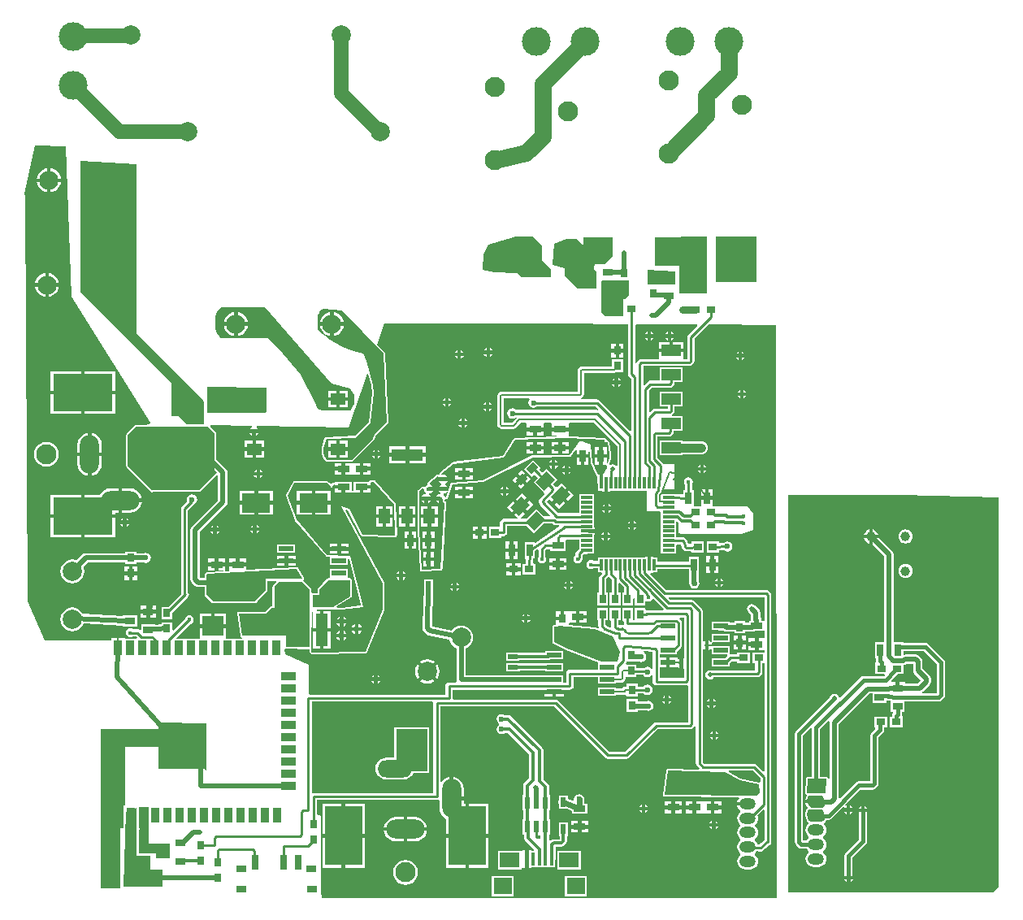
<source format=gtl>
G04*
G04 #@! TF.GenerationSoftware,Altium Limited,Altium Designer,20.0.10 (225)*
G04*
G04 Layer_Physical_Order=1*
G04 Layer_Color=255*
%FSLAX25Y25*%
%MOIN*%
G70*
G01*
G75*
%ADD12C,0.01000*%
%ADD95C,0.08268*%
%ADD108C,0.02362*%
%ADD109C,0.01100*%
%ADD110R,0.03543X0.03543*%
%ADD111R,0.03543X0.03543*%
%ADD112R,0.03543X0.05906*%
%ADD113R,0.05906X0.03543*%
%ADD114R,0.06299X0.06299*%
%ADD115R,0.07874X0.04724*%
%ADD116R,0.02756X0.05118*%
%ADD117R,0.11811X0.07874*%
%ADD118R,0.08268X0.06299*%
%ADD119R,0.01575X0.05315*%
%ADD120R,0.07480X0.07087*%
%ADD121R,0.02323X0.04764*%
%ADD122R,0.03800X0.03100*%
%ADD123R,0.03100X0.03800*%
%ADD124R,0.05118X0.13386*%
%ADD125R,0.03937X0.03150*%
%ADD126R,0.02756X0.05906*%
%ADD127R,0.05984X0.04724*%
%ADD128R,0.05118X0.02756*%
G04:AMPARAMS|DCode=129|XSize=31mil|YSize=38mil|CornerRadius=0mil|HoleSize=0mil|Usage=FLASHONLY|Rotation=135.000|XOffset=0mil|YOffset=0mil|HoleType=Round|Shape=Rectangle|*
%AMROTATEDRECTD129*
4,1,4,0.02439,0.00248,-0.00248,-0.02439,-0.02439,-0.00248,0.00248,0.02439,0.02439,0.00248,0.0*
%
%ADD129ROTATEDRECTD129*%

%ADD130R,0.04331X0.03150*%
%ADD131R,0.12992X0.04724*%
%ADD132R,0.04724X0.06299*%
%ADD133R,0.04724X0.01181*%
%ADD134R,0.01181X0.04724*%
%ADD135R,0.04134X0.02165*%
%ADD136R,0.02165X0.04134*%
G04:AMPARAMS|DCode=137|XSize=41.34mil|YSize=21.65mil|CornerRadius=0mil|HoleSize=0mil|Usage=FLASHONLY|Rotation=110.000|XOffset=0mil|YOffset=0mil|HoleType=Round|Shape=Rectangle|*
%AMROTATEDRECTD137*
4,1,4,0.01724,-0.01572,-0.00310,-0.02313,-0.01724,0.01572,0.00310,0.02313,0.01724,-0.01572,0.0*
%
%ADD137ROTATEDRECTD137*%

%ADD138R,0.05906X0.01968*%
%ADD139R,0.03937X0.01968*%
%ADD140R,0.17323X0.12992*%
%ADD141R,0.24410X0.15354*%
%ADD142R,0.12992X0.17323*%
%ADD143R,0.15354X0.24410*%
%ADD144R,0.08858X0.08346*%
G04:AMPARAMS|DCode=145|XSize=62.99mil|YSize=49.21mil|CornerRadius=0mil|HoleSize=0mil|Usage=FLASHONLY|Rotation=225.000|XOffset=0mil|YOffset=0mil|HoleType=Round|Shape=Rectangle|*
%AMROTATEDRECTD145*
4,1,4,0.00487,0.03967,0.03967,0.00487,-0.00487,-0.03967,-0.03967,-0.00487,0.00487,0.03967,0.0*
%
%ADD145ROTATEDRECTD145*%

%ADD146C,0.02000*%
%ADD147C,0.07000*%
%ADD148C,0.06000*%
%ADD149C,0.01500*%
%ADD150C,0.00800*%
%ADD151C,0.01200*%
%ADD152C,0.03000*%
%ADD153C,0.01473*%
%ADD154C,0.03500*%
%ADD155C,0.02200*%
%ADD156C,0.07874*%
%ADD157C,0.00787*%
%ADD158C,0.03937*%
%ADD159C,0.11811*%
%ADD160O,0.06693X0.04724*%
%ADD161O,0.07874X0.15748*%
%ADD162O,0.15748X0.07874*%
%ADD163O,0.07087X0.14173*%
%ADD164O,0.14173X0.07087*%
%ADD165C,0.01772*%
%ADD166C,0.01968*%
G36*
X244278Y265528D02*
X240902Y262152D01*
X236930Y262152D01*
X236533Y260960D01*
Y260166D01*
X237526Y259173D01*
Y252222D01*
X229582D01*
Y252421D01*
X224617Y257386D01*
Y260365D01*
X219681Y262012D01*
X220268Y270457D01*
X225244Y272614D01*
X229697Y272551D01*
X232163Y269639D01*
Y273274D01*
X244278D01*
Y265528D01*
D02*
G37*
G36*
X215282Y269897D02*
Y263741D01*
X218857Y260166D01*
Y256988D01*
X206941D01*
X205236Y258694D01*
X195614Y258913D01*
X190874Y259827D01*
X191205Y266063D01*
X193283Y270299D01*
X204757Y273671D01*
X211112D01*
X211310Y273869D01*
X215282Y269897D01*
D02*
G37*
G36*
X303262Y255002D02*
X286778D01*
Y273671D01*
X303262D01*
Y255002D01*
D02*
G37*
G36*
X270096Y259357D02*
Y254013D01*
X258577Y253811D01*
Y259372D01*
Y259769D01*
X270096Y259357D01*
D02*
G37*
G36*
X283005Y250037D02*
X271486D01*
Y261556D01*
X261556D01*
X261556Y273172D01*
X283005Y273371D01*
Y250037D01*
D02*
G37*
G36*
X251030Y249442D02*
X249442Y247853D01*
X248647D01*
Y241299D01*
Y240703D01*
X241299D01*
X239710Y242292D01*
Y255201D01*
X239909Y255400D01*
X251030D01*
Y249442D01*
D02*
G37*
G36*
X278878Y237416D02*
X279067Y236953D01*
X275442Y233328D01*
X275132Y232865D01*
X275024Y232319D01*
X275024Y232319D01*
Y223264D01*
X273668D01*
X273246Y223450D01*
X273246Y223764D01*
Y226063D01*
X268309D01*
X263372D01*
Y223764D01*
X263372Y223450D01*
X262949Y223264D01*
X255985D01*
X255439Y223155D01*
X254976Y222846D01*
X254976Y222846D01*
X254390Y222260D01*
X254081Y221797D01*
X254002Y221399D01*
X253502Y221449D01*
Y237286D01*
X253857Y237638D01*
X278878Y237416D01*
D02*
G37*
G36*
X210307Y206704D02*
X209946Y206164D01*
X209784Y205352D01*
X209946Y204540D01*
X210406Y203852D01*
X211094Y203392D01*
X211906Y203231D01*
X212718Y203392D01*
X213407Y203852D01*
X213455Y203925D01*
X237332D01*
X238439Y202818D01*
X238192Y202357D01*
X237923Y202411D01*
X237923Y202411D01*
X204717D01*
X204668Y202484D01*
X203980Y202944D01*
X203168Y203105D01*
X202356Y202944D01*
X201667Y202484D01*
X201207Y201795D01*
X201046Y200983D01*
X201207Y200171D01*
X201667Y199483D01*
X202356Y199023D01*
X203168Y198861D01*
X203980Y199023D01*
X204603Y199439D01*
X204922Y199051D01*
X203215Y197344D01*
X199528D01*
Y207205D01*
X210101D01*
X210307Y206704D01*
D02*
G37*
G36*
X129014Y213146D02*
X136700Y211040D01*
X136700Y211040D01*
Y211040D01*
X137123Y210601D01*
X137786Y209578D01*
X138243Y208447D01*
X138475Y207250D01*
Y206030D01*
X138243Y204833D01*
X137786Y203702D01*
X137123Y202679D01*
X136700Y202240D01*
X124834Y202240D01*
X124419Y202445D01*
X124419Y202445D01*
X124419D01*
X123348Y203006D01*
X121885Y206018D01*
X116290Y216990D01*
X107223Y227533D01*
X103036Y231720D01*
X91880Y231720D01*
X83621D01*
X83621Y231720D01*
X83031Y232379D01*
X82111Y233890D01*
X81481Y235542D01*
X81160Y237281D01*
X81160Y239049D01*
X81481Y240788D01*
X82111Y242441D01*
X83031Y243951D01*
X83621Y244610D01*
X101770D01*
X129014Y213146D01*
D02*
G37*
G36*
X102279Y211509D02*
Y201380D01*
X101485Y201182D01*
X77851D01*
Y211906D01*
X102279Y211509D01*
D02*
G37*
G36*
X48856Y303360D02*
X48856Y233752D01*
X76660Y205948D01*
Y196415D01*
X69510D01*
X65935Y199990D01*
X63155D01*
Y213495D01*
X25818Y250832D01*
X25818Y304373D01*
X48856Y303360D01*
D02*
G37*
G36*
X250545Y237668D02*
Y217112D01*
X250658Y216546D01*
X250978Y216067D01*
X251935Y215110D01*
Y194012D01*
X251473Y193821D01*
X238932Y206362D01*
X238469Y206671D01*
X237923Y206780D01*
X237923Y206780D01*
X231335D01*
X231286Y207280D01*
X231415Y207305D01*
X231845Y207593D01*
X232108Y207856D01*
X232395Y208285D01*
X232496Y208793D01*
Y217648D01*
X245114D01*
X245621Y217749D01*
X245808Y217874D01*
X248514D01*
Y223074D01*
X244014D01*
Y220299D01*
X231639D01*
X231132Y220198D01*
X230702Y219911D01*
X230233Y219442D01*
X229946Y219012D01*
X229845Y218505D01*
Y209856D01*
X198671D01*
X198164Y209755D01*
X197734Y209467D01*
X197266Y208999D01*
X196978Y208569D01*
X196877Y208061D01*
Y196487D01*
X196978Y195980D01*
X197266Y195550D01*
X197734Y195081D01*
X198164Y194794D01*
X198671Y194693D01*
X203764D01*
X204271Y194794D01*
X204701Y195081D01*
X206696Y197076D01*
X208568D01*
X208943Y196774D01*
X208943Y196576D01*
Y195146D01*
X212502D01*
X216061D01*
Y196576D01*
X216061Y196774D01*
X216436Y197076D01*
X218884D01*
X219248Y196746D01*
X219248Y196576D01*
Y195118D01*
X222807D01*
X226366D01*
Y196576D01*
X226366Y196746D01*
X226729Y197076D01*
X236579D01*
X246150Y187506D01*
Y179634D01*
X245650Y179483D01*
X245637Y179503D01*
X245013Y179919D01*
X244278Y180065D01*
X243543Y179919D01*
X243253Y179726D01*
X243237Y179725D01*
X242916Y180095D01*
X242939Y180139D01*
X242972Y180176D01*
X243002Y180262D01*
X243043Y180342D01*
X243611Y182343D01*
X243618Y182427D01*
X243637Y182510D01*
X243698Y184084D01*
X243686Y184155D01*
X243689Y184227D01*
X242872Y189182D01*
X242838Y189274D01*
X242824Y189340D01*
X242813Y189358D01*
X242803Y189392D01*
X242785Y189415D01*
X242774Y189443D01*
X242710Y189511D01*
X242670Y189572D01*
X242650Y189585D01*
X242630Y189610D01*
X242604Y189625D01*
X242584Y189646D01*
X242505Y189682D01*
X242438Y189727D01*
X242411Y189732D01*
X242387Y189746D01*
X242384Y189747D01*
X242355Y189750D01*
X242330Y189761D01*
X242250Y189764D01*
X242165Y189781D01*
X242048D01*
X241968Y190243D01*
X241616Y190259D01*
X241598Y190346D01*
X241593Y190435D01*
X241571Y190481D01*
X241561Y190532D01*
X241512Y190606D01*
X241473Y190686D01*
X241453Y190713D01*
X241427Y190737D01*
X241408Y190768D01*
X241324Y190830D01*
X241246Y190900D01*
X241212Y190911D01*
X241184Y190932D01*
X241082Y190957D01*
X240983Y190992D01*
X240948Y190990D01*
X240914Y190999D01*
X226716Y191635D01*
X226366Y191990D01*
X226366Y192151D01*
Y193618D01*
X222807D01*
X219248D01*
Y191990D01*
X221362D01*
X221373Y191490D01*
X204131Y190773D01*
X204070Y190759D01*
X204007Y190757D01*
X203936Y190726D01*
X203860Y190708D01*
X203810Y190671D01*
X203752Y190645D01*
X203698Y190589D01*
X203636Y190543D01*
X203603Y190490D01*
X203559Y190445D01*
X199172Y183577D01*
X179048Y181037D01*
X178995Y181019D01*
X178940Y181015D01*
X178864Y180976D01*
X178784Y180949D01*
X178742Y180912D01*
X178692Y180887D01*
X173588Y176818D01*
X173552Y176776D01*
X173507Y176743D01*
X173463Y176670D01*
X173408Y176605D01*
X173391Y176552D01*
X173362Y176505D01*
X173349Y176421D01*
X173323Y176340D01*
X173328Y176285D01*
X173324Y176258D01*
X173310Y176235D01*
X173218Y176141D01*
X173034Y175978D01*
X172932Y175922D01*
X172896Y175909D01*
X172815Y175935D01*
X172760Y175930D01*
X172705Y175939D01*
X172623Y175919D01*
X172538Y175912D01*
X172489Y175886D01*
X172435Y175873D01*
X172366Y175823D01*
X172291Y175784D01*
X168704Y172925D01*
X168623Y172830D01*
X168539Y172738D01*
X168534Y172724D01*
X168524Y172712D01*
X168486Y172594D01*
X168443Y172477D01*
X168444Y172461D01*
X168439Y172447D01*
X168450Y172323D01*
X168455Y172198D01*
X168473Y172123D01*
X168204Y171702D01*
X168113Y171684D01*
X167523Y171289D01*
X167290Y170941D01*
X166806Y170849D01*
X166699Y170883D01*
X166594Y170925D01*
X166567Y170925D01*
X166541Y170933D01*
X166428Y170924D01*
X166316Y170923D01*
X166290Y170912D01*
X166263Y170910D01*
X166163Y170858D01*
X166059Y170814D01*
X166040Y170795D01*
X166016Y170782D01*
X164607Y169659D01*
X164581Y169629D01*
X164547Y169606D01*
X164492Y169523D01*
X164427Y169447D01*
X164415Y169408D01*
X164392Y169375D01*
X164373Y169277D01*
X164343Y169181D01*
X164346Y169141D01*
X164338Y169101D01*
Y152922D01*
X164342Y152901D01*
X164339Y152879D01*
X165317Y136792D01*
X165352Y136661D01*
X165385Y136529D01*
X165387Y136526D01*
X165388Y136523D01*
X165470Y136414D01*
X165551Y136305D01*
X165554Y136304D01*
X165557Y136301D01*
X165674Y136232D01*
X165791Y136163D01*
X165794Y136162D01*
X165797Y136161D01*
X165932Y136142D01*
X166066Y136123D01*
X173812Y136520D01*
X173909Y136545D01*
X174009Y136558D01*
X174043Y136578D01*
X174082Y136588D01*
X174162Y136648D01*
X174249Y136699D01*
X174273Y136731D01*
X174305Y136754D01*
X174356Y136841D01*
X174417Y136921D01*
X174427Y136960D01*
X174448Y136994D01*
X174462Y137093D01*
X174487Y137191D01*
X176075Y164179D01*
X176074Y164184D01*
X176076Y164189D01*
X176055Y164322D01*
X176037Y164455D01*
X176034Y164459D01*
X176033Y164465D01*
X175964Y164579D01*
X175896Y164695D01*
X175892Y164698D01*
X175889Y164703D01*
X175834Y164763D01*
X175769Y164810D01*
X175713Y164868D01*
X175342Y165125D01*
X175457Y165333D01*
X175545Y165776D01*
X175558Y165784D01*
X176074Y165750D01*
X176121Y165755D01*
X176167Y165749D01*
X176258Y165773D01*
X176350Y165786D01*
X176391Y165809D01*
X176436Y165821D01*
X176511Y165878D01*
X176592Y165925D01*
X176620Y165962D01*
X176657Y165990D01*
X176704Y166071D01*
X176761Y166145D01*
X176774Y166191D01*
X176797Y166231D01*
X178670Y171717D01*
X191119Y172866D01*
X191245Y172903D01*
X191372Y172938D01*
X211483Y182993D01*
X226810Y183190D01*
X226867Y183202D01*
X226925Y183201D01*
X227002Y183231D01*
X227083Y183248D01*
X227131Y183281D01*
X227185Y183302D01*
X227244Y183359D01*
X227312Y183405D01*
X227344Y183454D01*
X227386Y183494D01*
X229143Y186005D01*
X229620Y185854D01*
Y184256D01*
X231998D01*
X234376D01*
Y185200D01*
X234876Y185224D01*
X235322Y180680D01*
X235356Y180564D01*
X235385Y180447D01*
X237717Y175451D01*
X237790Y175351D01*
X237859Y175248D01*
X237872Y175239D01*
X237882Y175226D01*
X237987Y175162D01*
X238090Y175093D01*
X238106Y175090D01*
X238120Y175082D01*
X238137Y175079D01*
Y172390D01*
X238192Y172117D01*
X238311Y171939D01*
Y169328D01*
X239979D01*
Y169028D01*
X240820D01*
Y169328D01*
X240892D01*
Y172047D01*
X240938Y172117D01*
X240993Y172390D01*
X242110D01*
X242219Y171844D01*
X242247Y171802D01*
Y169328D01*
X242320D01*
Y169028D01*
X243160D01*
Y169328D01*
X258329D01*
X258379Y169207D01*
Y160866D01*
X263625D01*
X264098Y160632D01*
Y155352D01*
Y151415D01*
Y147478D01*
Y143541D01*
X270222D01*
Y146979D01*
X270577Y147332D01*
X272318Y147327D01*
X272556Y146212D01*
X272608Y146093D01*
X272634Y145965D01*
X272717Y145839D01*
X272777Y145701D01*
X272871Y145610D01*
X272943Y145502D01*
X273445Y145000D01*
X273445Y145000D01*
X273908Y144691D01*
X274454Y144582D01*
X274454Y144582D01*
X274891D01*
X274925Y144589D01*
X274958Y144584D01*
X276206Y144642D01*
X276568Y144297D01*
Y143959D01*
X281768D01*
Y148459D01*
X276568D01*
Y147517D01*
X275210Y147453D01*
X275059Y148159D01*
X275059Y148159D01*
X274975Y148551D01*
X274923Y148670D01*
X274898Y148798D01*
X274814Y148924D01*
X274754Y149062D01*
X274661Y149153D01*
X274589Y149261D01*
X274088Y149762D01*
X273858Y149916D01*
X273628Y150070D01*
X273626Y150070D01*
X273625Y150071D01*
X273352Y150126D01*
X273082Y150180D01*
X273079Y150180D01*
X273079Y150180D01*
X273079Y150180D01*
X270222Y150188D01*
Y156380D01*
X270722Y156587D01*
X271180Y156130D01*
X271288Y151730D01*
X272876Y151532D01*
X296907D01*
X301872Y153319D01*
Y159873D01*
X299687Y162852D01*
X285286Y162920D01*
Y165538D01*
X280530D01*
Y163297D01*
X280176Y162945D01*
X277975Y162955D01*
X277506Y163029D01*
Y169547D01*
X276906D01*
Y171979D01*
X277110Y172284D01*
X277249Y172981D01*
X277110Y173678D01*
X276715Y174268D01*
X276125Y174663D01*
X275428Y174802D01*
X274731Y174663D01*
X274140Y174268D01*
X273746Y173678D01*
X273607Y172981D01*
X273746Y172284D01*
X273950Y171979D01*
Y169547D01*
X273350D01*
Y168123D01*
X272992Y167774D01*
X268339Y167885D01*
X267790Y167789D01*
X267769Y167775D01*
X264164D01*
X263825Y168162D01*
X264210Y168706D01*
X264239Y168772D01*
X264286Y168826D01*
X264352Y169024D01*
X264437Y169215D01*
X264439Y169286D01*
X264462Y169355D01*
X264505Y169703D01*
X269595D01*
Y173870D01*
X269368Y173642D01*
X268978Y173956D01*
X269428Y174655D01*
X269595Y174673D01*
X269595Y174673D01*
Y180093D01*
X265177D01*
X265147Y180137D01*
X265147Y180137D01*
X264855Y180429D01*
X262586Y182697D01*
Y191413D01*
X267326D01*
X267326Y191413D01*
X267872Y191522D01*
X268335Y191831D01*
X268921Y192417D01*
X268921Y192417D01*
X269230Y192880D01*
X269339Y193426D01*
Y193750D01*
X272946D01*
Y199875D01*
X268889D01*
X268736Y200359D01*
X268736Y200375D01*
X269318Y200957D01*
X269318Y200957D01*
X269627Y201420D01*
X269736Y201966D01*
Y203750D01*
X272946D01*
Y209875D01*
X263672D01*
Y203750D01*
X266881D01*
Y202808D01*
X261663D01*
X261663Y202808D01*
X261116Y202699D01*
X260653Y202390D01*
X260653Y202390D01*
X259648Y201385D01*
X259186Y201576D01*
Y210424D01*
X260285Y211523D01*
X267723D01*
X267723Y211523D01*
X268269Y211632D01*
X268732Y211941D01*
X269318Y212527D01*
X269318Y212527D01*
X269627Y212990D01*
X269736Y213536D01*
Y213750D01*
X272946D01*
Y219875D01*
X263672D01*
Y214378D01*
X259694D01*
X259694Y214378D01*
X259148Y214269D01*
X258685Y213960D01*
X257289Y212564D01*
X256827Y212755D01*
Y220409D01*
X275865D01*
X275865Y220409D01*
X276412Y220517D01*
X276875Y220827D01*
X277461Y221413D01*
X277461Y221413D01*
X277770Y221876D01*
X277879Y222422D01*
Y231727D01*
X283526Y237374D01*
X311206Y237128D01*
X311603Y2538D01*
X311249Y2185D01*
X124919D01*
X124721Y4766D01*
X124522Y35947D01*
X123115Y36542D01*
Y42463D01*
X172186D01*
X172704Y42566D01*
X172740Y42567D01*
X173204Y42286D01*
Y39123D01*
X173374Y37834D01*
X173871Y36633D01*
X174663Y35602D01*
X175694Y34810D01*
X176003Y34682D01*
Y28455D01*
X183930D01*
Y40910D01*
X183163D01*
Y42310D01*
X178184D01*
Y43060D01*
X177434D01*
Y51878D01*
X176895Y51807D01*
X175694Y51309D01*
X174663Y50518D01*
X174114Y49802D01*
X173614Y49972D01*
Y80793D01*
X220252D01*
X241283Y59762D01*
X241283Y59762D01*
X241746Y59453D01*
X242292Y59344D01*
X250037D01*
X250037Y59344D01*
X250584Y59453D01*
X251047Y59762D01*
X262743Y71459D01*
X276064D01*
X276064Y71459D01*
X276610Y71567D01*
X277073Y71877D01*
X277820Y72624D01*
X277820Y72624D01*
X277900Y72743D01*
X278400Y72591D01*
Y57395D01*
X278400Y57395D01*
X278509Y56849D01*
X278818Y56386D01*
X279837Y55367D01*
X279642Y54907D01*
X267019Y55119D01*
X266922Y55101D01*
X266823Y55094D01*
X266786Y55076D01*
X266745Y55069D01*
X266662Y55015D01*
X266573Y54972D01*
X266546Y54940D01*
X266511Y54918D01*
X266455Y54837D01*
X266389Y54763D01*
X266376Y54723D01*
X266352Y54689D01*
X266331Y54593D01*
X266300Y54499D01*
X264981Y44578D01*
X264984Y44533D01*
X264975Y44488D01*
X264993Y44395D01*
X264999Y44301D01*
X265019Y44260D01*
X265027Y44215D01*
X265080Y44136D01*
X265122Y44051D01*
X265156Y44021D01*
X265181Y43983D01*
X265259Y43929D01*
X265331Y43867D01*
X265374Y43852D01*
X265411Y43827D01*
X265504Y43808D01*
X265594Y43777D01*
X265640Y43780D01*
X265684Y43771D01*
X295906Y43599D01*
X296151Y43098D01*
X295766Y42596D01*
X295427Y41778D01*
X295411Y41650D01*
X299687D01*
Y40150D01*
X295411D01*
X295427Y40023D01*
X295766Y39205D01*
X296305Y38502D01*
X296700Y38200D01*
X296700Y37569D01*
X296376Y37321D01*
X295854Y36640D01*
X295525Y35846D01*
X295413Y34995D01*
X295525Y34143D01*
X295854Y33350D01*
X296376Y32668D01*
X296795Y32347D01*
Y31737D01*
X296376Y31416D01*
X295854Y30734D01*
X295525Y29941D01*
X295413Y29089D01*
X295525Y28238D01*
X295854Y27444D01*
X296376Y26763D01*
X296795Y26441D01*
Y25832D01*
X296376Y25510D01*
X295854Y24829D01*
X295525Y24035D01*
X295413Y23184D01*
X295525Y22332D01*
X295854Y21539D01*
X296376Y20857D01*
X296795Y20536D01*
Y19926D01*
X296376Y19605D01*
X295854Y18923D01*
X295525Y18130D01*
X295413Y17278D01*
X295525Y16427D01*
X295854Y15633D01*
X296376Y14952D01*
X297058Y14429D01*
X297851Y14100D01*
X298703Y13988D01*
X300672D01*
X301523Y14100D01*
X302317Y14429D01*
X302998Y14952D01*
X303521Y15633D01*
X303850Y16427D01*
X303962Y17278D01*
X303850Y18130D01*
X303521Y18923D01*
X302998Y19605D01*
X302579Y19926D01*
Y20536D01*
X302998Y20857D01*
X303423Y21410D01*
X304746Y21290D01*
X304746Y21290D01*
X305299Y21348D01*
X305789Y21614D01*
X305789Y21614D01*
X308582Y23941D01*
X308582Y23941D01*
X308942Y24241D01*
X308983Y24292D01*
X309038Y24328D01*
X309157Y24507D01*
X309292Y24674D01*
X309311Y24737D01*
X309347Y24791D01*
X309389Y25002D01*
X309450Y25208D01*
X309443Y25273D01*
X309456Y25338D01*
Y126518D01*
X309347Y127065D01*
X309038Y127528D01*
X309038Y127528D01*
X308452Y128113D01*
X307989Y128423D01*
X307443Y128531D01*
X307443Y128531D01*
X266318D01*
X264455Y130394D01*
X264405Y130469D01*
X264405Y130469D01*
X259772Y135102D01*
X259964Y135564D01*
X260877D01*
Y135864D01*
X262545D01*
Y137144D01*
X275598D01*
Y135761D01*
X275739D01*
Y131372D01*
X275719Y131275D01*
X275881Y130463D01*
X276341Y129774D01*
X277029Y129314D01*
X277841Y129153D01*
X278653Y129314D01*
X279342Y129774D01*
X279802Y130463D01*
X279963Y131275D01*
X279802Y132087D01*
X279613Y132369D01*
Y135761D01*
X279754D01*
Y142279D01*
X275598D01*
Y140101D01*
X262545D01*
Y141988D01*
X260877D01*
Y142288D01*
X260036D01*
Y141988D01*
X259964D01*
Y139604D01*
X259889Y139492D01*
X259776Y138926D01*
X258818D01*
X258727Y139382D01*
X258608Y139559D01*
Y141988D01*
X258536D01*
Y142288D01*
X257696D01*
Y141988D01*
X238311D01*
Y140404D01*
X236484D01*
X236038Y140702D01*
X235341Y140841D01*
X234644Y140702D01*
X234053Y140307D01*
X233659Y139717D01*
X233520Y139020D01*
X233659Y138323D01*
X234053Y137733D01*
X234644Y137338D01*
X235341Y137199D01*
X236038Y137338D01*
X236202Y137447D01*
X238311D01*
Y135864D01*
X239644D01*
X239851Y135364D01*
X239182Y134695D01*
X238873Y134232D01*
X238764Y133686D01*
X238764Y133686D01*
Y127550D01*
X237942D01*
Y122350D01*
X242442D01*
Y127550D01*
X241619D01*
Y133094D01*
X242554Y134029D01*
X243882Y132701D01*
Y127550D01*
X243060D01*
Y122350D01*
X247560D01*
Y127550D01*
X246737D01*
Y131249D01*
X247199Y131440D01*
X249001Y129639D01*
Y127550D01*
X248178D01*
Y122350D01*
X252678D01*
Y124896D01*
X253178Y125107D01*
X253296Y124992D01*
Y122350D01*
X257796D01*
Y123714D01*
X258206Y123999D01*
X258296Y123982D01*
X258982Y123846D01*
X259679Y123984D01*
X260269Y124379D01*
X260529Y124768D01*
X261118Y124885D01*
X265263Y120741D01*
X265055Y120241D01*
X258209D01*
X258183Y120236D01*
X257796Y120553D01*
Y121250D01*
X253296D01*
Y116348D01*
X252678D01*
Y121250D01*
X248178D01*
Y116050D01*
X248436D01*
X248884Y115550D01*
X248873Y115054D01*
X248876Y115039D01*
X248873Y115023D01*
X248926Y114755D01*
X248974Y114486D01*
X248956Y114432D01*
X248925Y114385D01*
X248652Y114057D01*
X248342Y114119D01*
Y114097D01*
X247050Y114097D01*
X246700Y114454D01*
X246734Y116050D01*
X247560D01*
Y121250D01*
X243060D01*
Y116050D01*
X243419D01*
X243769Y115693D01*
X243730Y113836D01*
X243733Y113821D01*
X243729Y113805D01*
Y113549D01*
X243292Y113187D01*
X242033Y113697D01*
X241342Y114516D01*
Y116050D01*
X242442D01*
Y121250D01*
X237942D01*
Y116050D01*
X238385D01*
Y113976D01*
X238430Y113753D01*
X238455Y113528D01*
X238486Y113472D01*
X238498Y113410D01*
X238624Y113222D01*
X238267Y112834D01*
X237198Y113268D01*
X237094Y113287D01*
X236992Y113317D01*
X226414Y114243D01*
X226279Y114622D01*
X226562Y115083D01*
X229185D01*
Y117460D01*
Y119838D01*
X226657D01*
X226376Y119838D01*
X225904Y119770D01*
X224385D01*
Y116870D01*
X223635D01*
Y116120D01*
X221085D01*
Y114247D01*
X220136Y114106D01*
X220043Y114073D01*
X219947Y114051D01*
X219913Y114026D01*
X219874Y114013D01*
X219801Y113946D01*
X219720Y113889D01*
X219698Y113853D01*
X219668Y113826D01*
X219625Y113736D01*
X219573Y113652D01*
X219566Y113611D01*
X219549Y113574D01*
X219544Y113475D01*
X219528Y113377D01*
X219594Y111328D01*
X219733Y107022D01*
X219756Y106922D01*
X219769Y106820D01*
X219787Y106787D01*
X219796Y106751D01*
X219856Y106667D01*
X219907Y106578D01*
X219936Y106555D01*
X219958Y106525D01*
X220045Y106470D01*
X220127Y106407D01*
X225290Y103825D01*
X225328Y103815D01*
X225361Y103795D01*
X238471Y98925D01*
X238381Y98425D01*
X238311D01*
Y95813D01*
X226801D01*
X226235Y95701D01*
X225756Y95380D01*
X225435Y94901D01*
X225323Y94335D01*
Y90650D01*
X223963D01*
Y93425D01*
X221209D01*
X221051Y93531D01*
X220310Y93678D01*
X184128D01*
Y104641D01*
X184630Y104849D01*
X185641Y105625D01*
X186416Y106635D01*
X186903Y107812D01*
X187070Y109074D01*
X186903Y110337D01*
X186416Y111514D01*
X185641Y112524D01*
X184630Y113300D01*
X183454Y113787D01*
X182191Y113953D01*
X180928Y113787D01*
X179751Y113300D01*
X178741Y112524D01*
X178248Y111882D01*
X170667Y113475D01*
X170205Y113625D01*
X170746Y130068D01*
X170623Y130814D01*
X170593Y130863D01*
Y132899D01*
X167027D01*
Y130854D01*
X166874Y130196D01*
X166332Y113719D01*
X166337Y113687D01*
X166331Y113655D01*
Y112794D01*
X166479Y112053D01*
X166899Y111424D01*
X167905Y110418D01*
X168055Y110318D01*
X168181Y110188D01*
X168366Y110109D01*
X168534Y109998D01*
X168711Y109963D01*
X168877Y109892D01*
X177441Y108093D01*
X177478Y107812D01*
X177966Y106635D01*
X178741Y105625D01*
X179751Y104849D01*
X180254Y104641D01*
Y91741D01*
X180371Y91150D01*
X180079Y90650D01*
X177151D01*
X176585Y90537D01*
X176106Y90217D01*
X175785Y89737D01*
X175673Y89171D01*
Y85685D01*
X120030D01*
X119678Y86040D01*
X119756Y97711D01*
X110024Y102080D01*
X109709Y104287D01*
X109816Y104411D01*
X110069Y104565D01*
X110171Y104591D01*
X110177Y104587D01*
X110293Y104570D01*
X110406Y104544D01*
X120056Y104341D01*
X120045Y103317D01*
X120046Y103312D01*
X120045Y103307D01*
X120072Y103175D01*
X120097Y103043D01*
X120099Y103039D01*
X120100Y103034D01*
X120176Y102922D01*
X120249Y102810D01*
X120253Y102807D01*
X120256Y102803D01*
X120611Y102451D01*
X120615Y102448D01*
X120618Y102444D01*
X120730Y102371D01*
X120843Y102296D01*
X120848Y102296D01*
X120852Y102293D01*
X120984Y102269D01*
X121116Y102243D01*
X121121Y102244D01*
X121126Y102243D01*
X143064Y102621D01*
X143197Y102650D01*
X143330Y102678D01*
X143333Y102680D01*
X143337Y102681D01*
X143448Y102758D01*
X143561Y102834D01*
X143563Y102837D01*
X143565Y102839D01*
X143639Y102954D01*
X143714Y103067D01*
X150661Y120204D01*
X150687Y120338D01*
X150713Y120472D01*
Y131162D01*
X150706Y131198D01*
X150710Y131235D01*
X150679Y131333D01*
X150659Y131435D01*
X150638Y131466D01*
X150628Y131501D01*
X134634Y161073D01*
X134952Y161459D01*
X135723Y161218D01*
X141098Y150852D01*
X141160Y150775D01*
X141213Y150691D01*
X141246Y150667D01*
X141272Y150635D01*
X141359Y150587D01*
X141440Y150530D01*
X141480Y150521D01*
X141516Y150501D01*
X141615Y150489D01*
X141711Y150467D01*
X154732Y150084D01*
X154743Y150086D01*
X154754Y150084D01*
X154880Y150109D01*
X155007Y150131D01*
X155016Y150136D01*
X155027Y150139D01*
X155134Y150210D01*
X155243Y150278D01*
X155249Y150287D01*
X155258Y150294D01*
X155612Y150647D01*
X155618Y150657D01*
X155627Y150663D01*
X155695Y150772D01*
X155766Y150879D01*
X155768Y150890D01*
X155774Y150899D01*
X155795Y151026D01*
X155820Y151152D01*
X155818Y151163D01*
X155820Y151174D01*
X155438Y163408D01*
X155414Y163510D01*
X155400Y163614D01*
X155383Y163645D01*
X155375Y163679D01*
X155314Y163765D01*
X155261Y163856D01*
X146994Y173304D01*
X146889Y173385D01*
X146786Y173467D01*
X146779Y173469D01*
X146773Y173474D01*
X146646Y173508D01*
X146519Y173545D01*
X145363Y173647D01*
X145347Y173645D01*
X145332Y173649D01*
X145210Y173630D01*
X145087Y173617D01*
X145073Y173609D01*
X145057Y173607D01*
X144951Y173543D01*
X144842Y173483D01*
X144832Y173471D01*
X144819Y173463D01*
X144450Y173125D01*
X144440Y173112D01*
X144427Y173103D01*
X144358Y173000D01*
X144285Y172900D01*
X144283Y172894D01*
X138114D01*
Y169151D01*
X137814D01*
X137814Y169151D01*
X137452D01*
X137452Y169151D01*
X137152D01*
Y172894D01*
X130633D01*
Y172894D01*
X130133Y172525D01*
X129996Y172557D01*
X129938Y172559D01*
X129881Y172575D01*
X129800Y172564D01*
X129718Y172567D01*
X129663Y172546D01*
X129605Y172539D01*
X129534Y172498D01*
X129457Y172469D01*
X129414Y172429D01*
X129364Y172400D01*
X129314Y172335D01*
X129254Y172279D01*
X129229Y172226D01*
X129194Y172179D01*
X129187Y172165D01*
X129043Y172088D01*
X128757Y172038D01*
X128583Y172072D01*
X127331Y173012D01*
X127250Y173050D01*
X127176Y173100D01*
X127126Y173110D01*
X127080Y173132D01*
X126990Y173137D01*
X126903Y173154D01*
X113779D01*
X113678Y173134D01*
X113574Y173124D01*
X113542Y173107D01*
X113506Y173100D01*
X113420Y173042D01*
X113328Y172994D01*
X113305Y172966D01*
X113275Y172945D01*
X113217Y172859D01*
X113151Y172779D01*
X110395Y167661D01*
X110389Y167642D01*
X110378Y167626D01*
X110349Y167510D01*
X110313Y167395D01*
X110315Y167375D01*
X110310Y167356D01*
X110328Y167237D01*
X110340Y167117D01*
X110349Y167100D01*
X110352Y167081D01*
X113895Y157238D01*
X113962Y157127D01*
X114026Y157014D01*
X126540Y142482D01*
X126549Y142474D01*
X126556Y142464D01*
X126659Y142389D01*
X126759Y142311D01*
X126771Y142307D01*
X126781Y142300D01*
X126905Y142270D01*
X127027Y142236D01*
X127040Y142238D01*
X127052Y142235D01*
X128012Y142197D01*
X128468Y142126D01*
X128468Y142126D01*
Y138757D01*
X135774D01*
Y141296D01*
X136274Y141359D01*
X141056Y122597D01*
X140773Y122185D01*
X133429Y121294D01*
X131170Y121255D01*
X131030Y121735D01*
X136986Y125375D01*
X137048Y125432D01*
X137119Y125479D01*
X137150Y125526D01*
X137191Y125564D01*
X137226Y125641D01*
X137273Y125711D01*
X137284Y125766D01*
X137308Y125817D01*
X137311Y125901D01*
X137328Y125984D01*
Y132677D01*
X137273Y132950D01*
X137119Y133182D01*
X136887Y133336D01*
X136614Y133391D01*
X136095D01*
X135774Y133757D01*
X135774Y133891D01*
Y137126D01*
X128468D01*
Y133891D01*
X128468Y133757D01*
X128146Y133391D01*
X127559D01*
X127540Y133387D01*
X127521Y133390D01*
X127404Y133360D01*
X127286Y133336D01*
X127270Y133326D01*
X127251Y133321D01*
X127155Y133249D01*
X127054Y133182D01*
X127044Y133166D01*
X127028Y133154D01*
X123485Y129217D01*
X123423Y129113D01*
X123356Y129013D01*
X123352Y128994D01*
X123343Y128978D01*
X123325Y128858D01*
X123302Y128740D01*
Y127091D01*
X121292D01*
X121251Y127098D01*
X120792Y127463D01*
Y128740D01*
X120738Y129013D01*
X120583Y129245D01*
X117691Y132137D01*
X117627Y132244D01*
X117479Y132616D01*
X117529Y132710D01*
X117588Y132798D01*
X117595Y132831D01*
X117611Y132862D01*
X117622Y132967D01*
X117643Y133071D01*
X117636Y133104D01*
X117639Y133139D01*
X117609Y133240D01*
X117588Y133344D01*
X117569Y133372D01*
X117559Y133405D01*
X115378Y137513D01*
X115298Y137611D01*
X115222Y137712D01*
X115211Y137718D01*
X115202Y137729D01*
X115091Y137789D01*
X114982Y137853D01*
X114969Y137854D01*
X114957Y137861D01*
X114831Y137873D01*
X114706Y137891D01*
X94439Y136713D01*
X94076Y137056D01*
Y138276D01*
X90517D01*
X86958D01*
Y136648D01*
X86958D01*
X86968Y136278D01*
X85525Y136194D01*
X85414Y136689D01*
Y138276D01*
X82605D01*
Y136648D01*
X84721D01*
X84736Y136148D01*
X77911Y135752D01*
X77796Y135722D01*
X77680Y135698D01*
X77662Y135687D01*
X77642Y135681D01*
X77547Y135610D01*
X77448Y135544D01*
X77054Y135150D01*
X76899Y134918D01*
X76845Y134645D01*
Y133609D01*
X75059D01*
X75022Y133646D01*
Y152318D01*
X85775Y163071D01*
X86195Y163699D01*
X86342Y164441D01*
Y176754D01*
X86195Y177495D01*
X85775Y178124D01*
X81743Y182156D01*
Y192841D01*
X81688Y193114D01*
X81533Y193345D01*
X79182Y195697D01*
X79392Y196193D01*
X96293Y195904D01*
X96375Y195440D01*
X96367Y195403D01*
X95756Y194995D01*
X95349Y194385D01*
X98882D01*
X98475Y194995D01*
X98303Y195110D01*
X98192Y195785D01*
X98257Y195870D01*
X136041Y195224D01*
X143589Y217153D01*
X144088Y217132D01*
X145245Y212555D01*
X145494Y209424D01*
X144383Y197362D01*
X138743Y191722D01*
X126812Y191302D01*
X126776Y191293D01*
X126738Y191296D01*
X126641Y191262D01*
X126541Y191238D01*
X126511Y191216D01*
X126475Y191204D01*
X126399Y191135D01*
X126315Y191075D01*
X126295Y191043D01*
X126267Y191018D01*
X126223Y190926D01*
X126169Y190839D01*
X126163Y190801D01*
X126146Y190768D01*
X125120Y186800D01*
X124960Y186180D01*
X124955Y186088D01*
X124937Y185997D01*
X124946Y184718D01*
X124964Y184627D01*
X124971Y184535D01*
X125307Y183301D01*
X125348Y183218D01*
X125378Y183130D01*
X126020Y182024D01*
X126082Y181955D01*
X126133Y181878D01*
X126585Y181425D01*
X126817Y181271D01*
X127090Y181216D01*
X137240D01*
X137513Y181271D01*
X137745Y181425D01*
X146455Y190135D01*
X146520Y190234D01*
X146592Y190328D01*
X147092Y191358D01*
X147102Y191396D01*
X147122Y191429D01*
X147448Y192339D01*
X152175Y197065D01*
X152185Y197080D01*
X152199Y197091D01*
X152262Y197195D01*
X152329Y197297D01*
X152333Y197315D01*
X152342Y197330D01*
X152360Y197450D01*
X152384Y197570D01*
X152380Y197588D01*
X152383Y197605D01*
X150993Y225595D01*
X150965Y225706D01*
X150945Y225818D01*
X150931Y225840D01*
X150925Y225866D01*
X150857Y225957D01*
X150796Y226053D01*
X147749Y229242D01*
X150737Y237923D01*
X221836D01*
X250545Y237668D01*
D02*
G37*
G36*
X133286Y243346D02*
X150280Y225560D01*
X151670Y197570D01*
X146830Y192730D01*
X146450Y191670D01*
X145950Y190640D01*
X137240Y181930D01*
X127090D01*
X126638Y182382D01*
X125996Y183489D01*
X125659Y184723D01*
X125651Y186002D01*
X125811Y186621D01*
X126837Y190589D01*
X139049Y191018D01*
X145070Y197040D01*
X146210Y209420D01*
X145952Y212672D01*
X143470Y222490D01*
X141880Y225560D01*
X141880Y225560D01*
X140559Y225815D01*
X137963Y226521D01*
X135427Y227420D01*
X132965Y228507D01*
X130592Y229775D01*
X128321Y231218D01*
X126165Y232827D01*
X124135Y234593D01*
X123190Y235550D01*
X123435Y241155D01*
X123860Y242100D01*
X124380Y243060D01*
X125780Y244020D01*
X133286Y243346D01*
D02*
G37*
G36*
X240881Y190286D02*
X240902Y190259D01*
Y189067D01*
X242165D01*
X242168Y189066D01*
X242985Y184111D01*
X242924Y182537D01*
X242356Y180537D01*
X241856Y180607D01*
Y182756D01*
X240228D01*
Y179947D01*
X241669D01*
X242072Y179537D01*
X241823Y178658D01*
X240369Y175753D01*
X240351D01*
Y175453D01*
X240279D01*
Y172390D01*
X238851D01*
Y175753D01*
X238364D01*
X236032Y180749D01*
X235305Y188159D01*
X230972Y189862D01*
X226801Y183904D01*
X211310Y183705D01*
X191053Y173576D01*
X178144Y172385D01*
X176122Y166462D01*
X175605Y166496D01*
X175551Y166765D01*
X175135Y167389D01*
X174824Y167597D01*
X174949Y168115D01*
X175504Y168225D01*
X176128Y168642D01*
X176535Y169252D01*
X173001D01*
X173408Y168642D01*
X173719Y168435D01*
X173594Y167916D01*
X173039Y167806D01*
X172415Y167389D01*
X172008Y166780D01*
X173775D01*
Y166030D01*
X174525D01*
Y164263D01*
X174936Y164538D01*
X175308Y164281D01*
X175363Y164221D01*
X173775Y137233D01*
X166030Y136835D01*
X165052Y152922D01*
Y169101D01*
X166461Y170224D01*
X166900Y169935D01*
X167034Y169266D01*
X167450Y168642D01*
X167761Y168435D01*
X167636Y167916D01*
X167081Y167806D01*
X166457Y167389D01*
X166050Y166780D01*
X169584D01*
X169177Y167389D01*
X168866Y167597D01*
X168991Y168115D01*
X169546Y168225D01*
X170170Y168642D01*
X170577Y169252D01*
X168810D01*
Y170752D01*
X170577D01*
X170170Y171361D01*
X169546Y171778D01*
X169279Y171831D01*
X169149Y172367D01*
X172735Y175226D01*
X173108Y174883D01*
X173001Y174724D01*
X176535D01*
X176128Y175333D01*
X175504Y175750D01*
X174768Y175896D01*
X174249Y175793D01*
X174033Y176260D01*
X179137Y180329D01*
X199593Y182911D01*
X204161Y190060D01*
X225821Y190960D01*
X240881Y190286D01*
D02*
G37*
G36*
X81029Y192841D02*
Y177747D01*
X82022Y176754D01*
X74872Y169604D01*
X55608D01*
X55409Y169406D01*
X45479Y179336D01*
Y192245D01*
X48856Y195621D01*
X78248D01*
X81029Y192841D01*
D02*
G37*
G36*
X146456Y172834D02*
X154724Y163385D01*
X155106Y151152D01*
X154753Y150798D01*
X141732Y151181D01*
X136220Y161811D01*
X132855Y162862D01*
X150000Y131162D01*
Y120472D01*
X143052Y103335D01*
X121114Y102957D01*
X120759Y103309D01*
X120776Y104968D01*
X120792Y105039D01*
X120791Y105046D01*
X120792Y105054D01*
Y106450D01*
X120935Y119891D01*
X120948Y119892D01*
X121441Y119418D01*
Y112954D01*
X124250D01*
Y119897D01*
X122828D01*
X122823Y120397D01*
X133478Y120581D01*
X142042Y121619D01*
X136703Y142563D01*
X127080Y142948D01*
X114567Y157480D01*
X111023Y167323D01*
X113779Y172441D01*
X126903D01*
X128203Y171466D01*
X128951Y170081D01*
X129833Y171863D01*
X130333Y171746D01*
Y171566D01*
X133893D01*
Y170816D01*
X134643D01*
Y168438D01*
X137452D01*
Y168438D01*
X137814D01*
Y168438D01*
X140623D01*
Y170816D01*
X141373D01*
Y171566D01*
X144932D01*
Y172599D01*
X145301Y172936D01*
X146456Y172834D01*
D02*
G37*
G36*
X116929Y133071D02*
X101968D01*
Y128346D01*
X98033Y124411D01*
X97535Y123783D01*
X83854Y123807D01*
X83837Y124015D01*
X80315D01*
X77559Y126771D01*
Y134645D01*
X77953Y135039D01*
X114748Y137178D01*
X116929Y133071D01*
D02*
G37*
G36*
X136614Y125984D02*
X129527Y121653D01*
X121260D01*
Y126378D01*
X124015D01*
Y128740D01*
X127559Y132677D01*
X136614D01*
Y125984D01*
D02*
G37*
G36*
X20059Y310610D02*
X22442Y248846D01*
X54551Y197038D01*
X54283Y196520D01*
X53402Y196404D01*
X53234Y196335D01*
X48856D01*
X48583Y196280D01*
X48351Y196126D01*
X44975Y192750D01*
X44820Y192518D01*
X44766Y192245D01*
Y179336D01*
X44820Y179063D01*
X44975Y178831D01*
X54905Y168901D01*
X55136Y168746D01*
X55409Y168692D01*
X55682Y168746D01*
X55898Y168891D01*
X74872D01*
X75145Y168945D01*
X75377Y169100D01*
X81968Y175691D01*
X82468Y175484D01*
Y165243D01*
X71715Y154490D01*
X71295Y153862D01*
X71148Y153121D01*
Y132843D01*
X71295Y132102D01*
X71715Y131474D01*
X72887Y130302D01*
X73515Y129882D01*
X74256Y129735D01*
X76845D01*
Y126771D01*
X76899Y126498D01*
X77054Y126267D01*
X77054Y126267D01*
X79810Y123511D01*
X79810Y123511D01*
X80042Y123356D01*
X80315Y123302D01*
X83351D01*
X83375Y123286D01*
X83394Y123262D01*
X83489Y123209D01*
X83580Y123148D01*
X83610Y123142D01*
X83637Y123127D01*
X83746Y123115D01*
X83853Y123093D01*
X97533Y123069D01*
X97574Y123077D01*
X97616Y123074D01*
X97710Y123104D01*
X97806Y123123D01*
X97841Y123146D01*
X97881Y123159D01*
X97956Y123223D01*
X98038Y123277D01*
X98062Y123312D01*
X98093Y123339D01*
X98567Y123935D01*
X102473Y127841D01*
X102628Y128073D01*
X102682Y128346D01*
Y132357D01*
X106285D01*
X106476Y131895D01*
X105007Y130426D01*
X104852Y130194D01*
X104798Y129921D01*
X104798Y121973D01*
X104331D01*
X104057Y121919D01*
X103826Y121764D01*
X101673Y119611D01*
X90945D01*
X90893Y119601D01*
X90840Y119603D01*
X90758Y119574D01*
X90672Y119557D01*
X90628Y119527D01*
X90578Y119510D01*
X90513Y119451D01*
X90440Y119402D01*
X90411Y119358D01*
X90372Y119323D01*
X90334Y119243D01*
X90285Y119170D01*
X90275Y119119D01*
X90252Y119071D01*
X90248Y118983D01*
X90231Y118897D01*
X90241Y118846D01*
X90239Y118793D01*
X91583Y109721D01*
X91612Y109639D01*
X91629Y109553D01*
X91659Y109509D01*
X91676Y109459D01*
X91735Y109394D01*
X91784Y109321D01*
X91828Y109292D01*
X91863Y109253D01*
X91943Y109215D01*
X92015Y109166D01*
X92054Y109159D01*
X92134Y109108D01*
X92257Y108938D01*
X92116Y108578D01*
X91959Y108438D01*
X88917D01*
X88917Y108438D01*
X88861D01*
Y108438D01*
X88417Y108438D01*
X86233D01*
X85803Y108606D01*
X85803Y108938D01*
Y113029D01*
X74945D01*
Y108938D01*
X74945Y108606D01*
X74514Y108438D01*
X73917D01*
X73917Y108438D01*
X73861D01*
Y108438D01*
X73417Y108438D01*
X68917D01*
X68917Y108438D01*
X68861D01*
Y108438D01*
X68417Y108438D01*
X65433D01*
X65241Y108900D01*
X70968Y114626D01*
X71328Y114697D01*
X71918Y115092D01*
X72313Y115683D01*
X72452Y116380D01*
X72313Y117076D01*
X71918Y117667D01*
X71328Y118062D01*
X70631Y118200D01*
X69934Y118062D01*
X69343Y117667D01*
X68949Y117076D01*
X68877Y116717D01*
X64164Y112003D01*
X63702Y112195D01*
Y115344D01*
X59202D01*
Y114515D01*
X56732Y114325D01*
X56620Y114429D01*
Y114429D01*
X50889D01*
Y112253D01*
X50625Y112144D01*
X50389Y112089D01*
X49949Y112383D01*
X49384Y112496D01*
X47474D01*
X47169Y112700D01*
X46472Y112838D01*
X45776Y112700D01*
X45185Y112305D01*
X44790Y111714D01*
X44652Y111017D01*
X44790Y110321D01*
X45185Y109730D01*
X45776Y109335D01*
X46472Y109197D01*
X47169Y109335D01*
X47474Y109539D01*
X48771D01*
X49186Y109124D01*
X49082Y108536D01*
X48917Y108438D01*
X48861D01*
Y108438D01*
X48417Y108438D01*
X44161D01*
Y108738D01*
X38617D01*
Y108144D01*
X38263Y107791D01*
X11398Y107886D01*
X4236Y123736D01*
X3376Y290353D01*
X2979Y291148D01*
X7348Y310809D01*
X20059Y310610D01*
D02*
G37*
G36*
X306601Y115905D02*
X305351D01*
Y116205D01*
X305203Y116946D01*
X304882Y117427D01*
Y119335D01*
X304735Y120076D01*
X304315Y120704D01*
X302783Y122236D01*
X302155Y122656D01*
X301413Y122803D01*
X300672Y122656D01*
X300044Y122236D01*
X299624Y121607D01*
X299476Y120866D01*
X299624Y120125D01*
X300044Y119496D01*
X301008Y118532D01*
Y116205D01*
X300762Y115905D01*
X300154D01*
Y115276D01*
X298726D01*
Y115903D01*
X294226D01*
Y115241D01*
X292299D01*
Y115424D01*
X291483D01*
X291325Y115530D01*
X290584Y115677D01*
X288647D01*
X287905Y115530D01*
X287747Y115424D01*
X284994D01*
Y112056D01*
X287747D01*
X287905Y111950D01*
X288647Y111803D01*
X289846D01*
X290279Y111514D01*
X291020Y111366D01*
X294226D01*
Y110704D01*
X298726D01*
Y111401D01*
X301744D01*
X302485Y111549D01*
X302785Y111749D01*
X306601D01*
Y108724D01*
X304163D01*
Y106346D01*
Y103969D01*
X306601D01*
Y102978D01*
X301598D01*
Y98478D01*
X302771D01*
Y95564D01*
X284682D01*
X284197Y95660D01*
X283461Y95514D01*
X282838Y95098D01*
X282422Y94474D01*
X282275Y93739D01*
X282422Y93004D01*
X282838Y92381D01*
X283461Y91964D01*
X284197Y91818D01*
X284932Y91964D01*
X285555Y92381D01*
X285774Y92709D01*
X303612D01*
X303612Y92709D01*
X304159Y92818D01*
X304622Y93127D01*
X305207Y93713D01*
X305208Y93713D01*
X305517Y94176D01*
X305626Y94722D01*
Y98478D01*
X306601D01*
Y54345D01*
X306139Y54154D01*
X303479Y56814D01*
X303016Y57124D01*
X302469Y57232D01*
X302469Y57232D01*
X282009D01*
X281255Y57987D01*
Y104070D01*
X281755Y104303D01*
X282231Y103985D01*
X282255Y103980D01*
Y105854D01*
Y107728D01*
X282231Y107723D01*
X281755Y107405D01*
X281255Y107638D01*
Y119985D01*
X281146Y120532D01*
X280837Y120995D01*
X280837Y120995D01*
X277778Y124054D01*
X277314Y124363D01*
X276768Y124472D01*
X276768Y124472D01*
X267973D01*
X267231Y125215D01*
X267422Y125677D01*
X306601D01*
Y115905D01*
D02*
G37*
G36*
X116929Y131889D02*
X120079Y128740D01*
X120079Y105054D01*
X110422Y105258D01*
X110223Y109826D01*
X92289D01*
X90945Y118897D01*
X101968D01*
X104331Y121260D01*
X105512D01*
X105512Y129921D01*
X107480Y131889D01*
X116929Y131889D01*
D02*
G37*
G36*
X236930Y112606D02*
X244278Y109627D01*
X247257Y103073D01*
X246463Y99300D01*
X239512D01*
X225610Y104464D01*
X220446Y107045D01*
X220307Y111351D01*
X220241Y113400D01*
X221627Y113606D01*
X222427Y113875D01*
X236930Y112606D01*
D02*
G37*
G36*
X260674Y103239D02*
Y96439D01*
X260174Y96288D01*
X260078Y96431D01*
X259389Y96891D01*
X258577Y97053D01*
X257765Y96891D01*
X257265Y96557D01*
X254138D01*
Y98022D01*
X250033D01*
X249877Y98259D01*
X249801Y98522D01*
X250073Y98928D01*
X250111Y99121D01*
X254138D01*
Y99150D01*
X255149D01*
X255183Y99127D01*
X255995Y98966D01*
X256807Y99127D01*
X257496Y99587D01*
X257956Y100275D01*
X258117Y101087D01*
X257956Y101899D01*
X257496Y102588D01*
X257259Y102746D01*
X257138Y103428D01*
X257184Y103492D01*
X260674Y103239D01*
D02*
G37*
G36*
X273583Y100710D02*
X273229Y100497D01*
Y98506D01*
Y96514D01*
X273583Y96301D01*
Y92437D01*
X263630D01*
Y96756D01*
X266243D01*
Y98740D01*
Y100724D01*
X263630D01*
Y102056D01*
X270646D01*
Y103333D01*
X272241Y104929D01*
X272562Y105408D01*
X272674Y105974D01*
Y115242D01*
X272562Y115808D01*
X272241Y116287D01*
X271744Y116784D01*
X271951Y117284D01*
X273583D01*
Y100710D01*
D02*
G37*
G36*
X257077Y93430D02*
X257765Y92971D01*
X258577Y92809D01*
X259389Y92971D01*
X260078Y93430D01*
X260174Y93574D01*
X260674Y93422D01*
Y90959D01*
X260786Y90393D01*
X261107Y89913D01*
X261586Y89593D01*
X262152Y89480D01*
X274417D01*
X274884Y89573D01*
X275384Y89305D01*
Y74314D01*
X262152D01*
X262152Y74314D01*
X261606Y74205D01*
X261143Y73896D01*
X261143Y73896D01*
X249446Y62199D01*
X242883D01*
X221853Y83230D01*
X221389Y83539D01*
X220843Y83648D01*
X220843Y83648D01*
X178913D01*
X178595Y84034D01*
X178630Y84206D01*
Y87693D01*
X216357D01*
Y87491D01*
X224263D01*
Y87693D01*
X226801D01*
X227367Y87805D01*
X227847Y88126D01*
X228167Y88606D01*
X228280Y89171D01*
Y92857D01*
X238311D01*
Y90057D01*
X245616D01*
Y90415D01*
X247781D01*
X248289Y90516D01*
X248719Y90804D01*
X249187Y91272D01*
X249475Y91702D01*
X249575Y92210D01*
Y92348D01*
X249638Y92822D01*
X254138D01*
Y93702D01*
X256895D01*
X257077Y93430D01*
D02*
G37*
G36*
X77689Y73721D02*
Y54472D01*
X77035Y55126D01*
X57890D01*
Y64291D01*
X44417Y64291D01*
Y40213D01*
X43784D01*
Y30972D01*
X42409D01*
Y6299D01*
X34417D01*
Y71465D01*
X57890Y71465D01*
Y74272D01*
X77689Y73721D01*
D02*
G37*
G36*
X304901Y51354D02*
Y49942D01*
X304806Y49809D01*
X304401Y49582D01*
X296794Y51211D01*
X291874Y53893D01*
X291997Y54378D01*
X301878D01*
X304901Y51354D01*
D02*
G37*
G36*
X170783Y82341D02*
X170759Y82220D01*
Y45318D01*
X121688D01*
X121337Y45248D01*
X120837Y45562D01*
Y82728D01*
X170466D01*
X170783Y82341D01*
D02*
G37*
G36*
X290155Y54017D02*
X296544Y50535D01*
X304385Y48856D01*
X304632Y45428D01*
X303618Y44269D01*
X265688Y44484D01*
X267007Y54405D01*
X290155Y54017D01*
D02*
G37*
G36*
X306601Y38252D02*
Y26006D01*
X304416Y24186D01*
X303763Y24246D01*
X303521Y24829D01*
X302998Y25510D01*
X302579Y25832D01*
Y26441D01*
X302998Y26763D01*
X303521Y27444D01*
X303850Y28238D01*
X303962Y29089D01*
X303850Y29941D01*
X303521Y30734D01*
X302998Y31416D01*
X302579Y31737D01*
Y32347D01*
X302998Y32668D01*
X303521Y33350D01*
X303850Y34143D01*
X303962Y34995D01*
X303850Y35846D01*
X303760Y36064D01*
X306139Y38444D01*
X306601Y38252D01*
D02*
G37*
G36*
X54019Y24428D02*
X62758D01*
Y18470D01*
X56998D01*
Y20456D01*
X50047D01*
Y29989D01*
X50304Y30642D01*
X49849Y31097D01*
Y39438D01*
X54019D01*
Y24428D01*
D02*
G37*
G36*
X48856Y19661D02*
X54814D01*
Y13703D01*
X59580D01*
Y6752D01*
X43810Y6752D01*
X44762Y37606D01*
X49054Y39323D01*
X48856Y19661D01*
D02*
G37*
G36*
X402749Y166528D02*
X402749Y163738D01*
Y6963D01*
X400371Y4585D01*
X316469D01*
Y4809D01*
X316339Y4939D01*
X316469Y163043D01*
X316469Y163527D01*
Y167366D01*
X362756D01*
X402749Y166528D01*
D02*
G37*
%LPC*%
G36*
X268463Y234526D02*
Y233509D01*
X269480D01*
X269072Y234119D01*
X268463Y234526D01*
D02*
G37*
G36*
X266963D02*
X266353Y234119D01*
X265946Y233509D01*
X266963D01*
Y234526D01*
D02*
G37*
G36*
X260122D02*
Y233509D01*
X261139D01*
X260731Y234119D01*
X260122Y234526D01*
D02*
G37*
G36*
X258622D02*
X258012Y234119D01*
X257605Y233509D01*
X258622D01*
Y234526D01*
D02*
G37*
G36*
X269480Y232009D02*
X268463D01*
Y230992D01*
X269072Y231400D01*
X269480Y232009D01*
D02*
G37*
G36*
X266963D02*
X265946D01*
X266353Y231400D01*
X266963Y230992D01*
Y232009D01*
D02*
G37*
G36*
X261139D02*
X260122D01*
Y230992D01*
X260731Y231400D01*
X261139Y232009D01*
D02*
G37*
G36*
X258622D02*
X257605D01*
X258012Y231400D01*
X258622Y230992D01*
Y232009D01*
D02*
G37*
G36*
X273246Y230175D02*
X269059D01*
Y227563D01*
X273246D01*
Y230175D01*
D02*
G37*
G36*
X267559D02*
X263372D01*
Y227563D01*
X267559D01*
Y230175D01*
D02*
G37*
G36*
X90517Y242520D02*
Y238389D01*
X94648D01*
X94577Y238928D01*
X94080Y240129D01*
X93288Y241160D01*
X92257Y241951D01*
X91056Y242449D01*
X90517Y242520D01*
D02*
G37*
G36*
X89017D02*
X88478Y242449D01*
X87278Y241951D01*
X86246Y241160D01*
X85455Y240129D01*
X84957Y238928D01*
X84886Y238389D01*
X89017D01*
Y242520D01*
D02*
G37*
G36*
X94648Y236889D02*
X90517D01*
Y232758D01*
X91056Y232829D01*
X92257Y233326D01*
X93288Y234118D01*
X94080Y235149D01*
X94577Y236350D01*
X94648Y236889D01*
D02*
G37*
G36*
X89017D02*
X84886D01*
X84957Y236350D01*
X85455Y235149D01*
X86246Y234118D01*
X87278Y233326D01*
X88478Y232829D01*
X89017Y232758D01*
Y236889D01*
D02*
G37*
G36*
X135642Y210272D02*
X132399D01*
Y207660D01*
X135642D01*
Y210272D01*
D02*
G37*
G36*
X130900D02*
X127657D01*
Y207660D01*
X130900D01*
Y210272D01*
D02*
G37*
G36*
X135642Y206160D02*
X132399D01*
Y203548D01*
X135642D01*
Y206160D01*
D02*
G37*
G36*
X130900D02*
X127657D01*
Y203548D01*
X130900D01*
Y206160D01*
D02*
G37*
G36*
X248814Y229674D02*
X247014D01*
Y227524D01*
X248814D01*
Y229674D01*
D02*
G37*
G36*
X245514D02*
X243714D01*
Y227524D01*
X245514D01*
Y229674D01*
D02*
G37*
G36*
X193988Y227774D02*
Y226757D01*
X195005D01*
X194597Y227366D01*
X193988Y227774D01*
D02*
G37*
G36*
X192488D02*
X191878Y227366D01*
X191471Y226757D01*
X192488D01*
Y227774D01*
D02*
G37*
G36*
X182148Y226983D02*
Y225967D01*
X183165D01*
X182757Y226576D01*
X182148Y226983D01*
D02*
G37*
G36*
X180648D02*
X180038Y226576D01*
X179631Y225967D01*
X180648D01*
Y226983D01*
D02*
G37*
G36*
X297458Y226383D02*
Y225367D01*
X298475D01*
X298068Y225976D01*
X297458Y226383D01*
D02*
G37*
G36*
X295958D02*
X295349Y225976D01*
X294941Y225367D01*
X295958D01*
Y226383D01*
D02*
G37*
G36*
X195005Y225257D02*
X193988D01*
Y224240D01*
X194597Y224647D01*
X195005Y225257D01*
D02*
G37*
G36*
X192488D02*
X191471D01*
X191878Y224647D01*
X192488Y224240D01*
Y225257D01*
D02*
G37*
G36*
X248814Y226024D02*
X247014D01*
Y223874D01*
X248814D01*
Y226024D01*
D02*
G37*
G36*
X245514D02*
X243714D01*
Y223874D01*
X245514D01*
Y226024D01*
D02*
G37*
G36*
X183165Y224466D02*
X182148D01*
Y223450D01*
X182757Y223857D01*
X183165Y224466D01*
D02*
G37*
G36*
X180648D02*
X179631D01*
X180038Y223857D01*
X180648Y223450D01*
Y224466D01*
D02*
G37*
G36*
X298475Y223867D02*
X297458D01*
Y222850D01*
X298068Y223257D01*
X298475Y223867D01*
D02*
G37*
G36*
X295958D02*
X294941D01*
X295349Y223257D01*
X295958Y222850D01*
Y223867D01*
D02*
G37*
G36*
X246617Y215460D02*
Y214444D01*
X247634D01*
X247226Y215053D01*
X246617Y215460D01*
D02*
G37*
G36*
X245117D02*
X244507Y215053D01*
X244100Y214444D01*
X245117D01*
Y215460D01*
D02*
G37*
G36*
X247634Y212944D02*
X246617D01*
Y211927D01*
X247226Y212334D01*
X247634Y212944D01*
D02*
G37*
G36*
X245117D02*
X244100D01*
X244507Y212334D01*
X245117Y211927D01*
Y212944D01*
D02*
G37*
G36*
X298054Y210694D02*
Y209677D01*
X299071D01*
X298664Y210287D01*
X298054Y210694D01*
D02*
G37*
G36*
X296554D02*
X295945Y210287D01*
X295537Y209677D01*
X296554D01*
Y210694D01*
D02*
G37*
G36*
X299071Y208177D02*
X298054D01*
Y207160D01*
X298664Y207568D01*
X299071Y208177D01*
D02*
G37*
G36*
X296554D02*
X295537D01*
X295945Y207568D01*
X296554Y207160D01*
Y208177D01*
D02*
G37*
G36*
X177107Y207318D02*
Y206301D01*
X178124D01*
X177716Y206911D01*
X177107Y207318D01*
D02*
G37*
G36*
X175607D02*
X174997Y206911D01*
X174590Y206301D01*
X175607D01*
Y207318D01*
D02*
G37*
G36*
X193789Y205531D02*
Y204514D01*
X194806D01*
X194399Y205123D01*
X193789Y205531D01*
D02*
G37*
G36*
X192289D02*
X191680Y205123D01*
X191272Y204514D01*
X192289D01*
Y205531D01*
D02*
G37*
G36*
X178124Y204801D02*
X177107D01*
Y203784D01*
X177716Y204191D01*
X178124Y204801D01*
D02*
G37*
G36*
X175607D02*
X174590D01*
X174997Y204191D01*
X175607Y203784D01*
Y204801D01*
D02*
G37*
G36*
X194806Y203014D02*
X193789D01*
Y201997D01*
X194399Y202404D01*
X194806Y203014D01*
D02*
G37*
G36*
X192289D02*
X191272D01*
X191680Y202404D01*
X192289Y201997D01*
Y203014D01*
D02*
G37*
G36*
X183661Y198778D02*
Y197761D01*
X184678D01*
X184270Y198371D01*
X183661Y198778D01*
D02*
G37*
G36*
X182161D02*
X181551Y198371D01*
X181144Y197761D01*
X182161D01*
Y198778D01*
D02*
G37*
G36*
X184678Y196261D02*
X183661D01*
Y195244D01*
X184270Y195652D01*
X184678Y196261D01*
D02*
G37*
G36*
X182161D02*
X181144D01*
X181551Y195652D01*
X182161Y195244D01*
Y196261D01*
D02*
G37*
G36*
X216061Y193646D02*
X213252D01*
Y192018D01*
X216061D01*
Y193646D01*
D02*
G37*
G36*
X211752D02*
X208943D01*
Y192018D01*
X211752D01*
Y193646D01*
D02*
G37*
G36*
X98882Y192885D02*
X97865D01*
Y191868D01*
X98475Y192275D01*
X98882Y192885D01*
D02*
G37*
G36*
X96365D02*
X95349D01*
X95756Y192275D01*
X96365Y191868D01*
Y192885D01*
D02*
G37*
G36*
X101232Y189721D02*
X97990D01*
Y187109D01*
X101232D01*
Y189721D01*
D02*
G37*
G36*
X96490D02*
X93248D01*
Y187109D01*
X96490D01*
Y189721D01*
D02*
G37*
G36*
X97240Y186359D02*
D01*
D01*
D01*
D02*
G37*
G36*
X148111Y186068D02*
Y185051D01*
X149128D01*
X148721Y185660D01*
X148111Y186068D01*
D02*
G37*
G36*
X146611D02*
X146002Y185660D01*
X145594Y185051D01*
X146611D01*
Y186068D01*
D02*
G37*
G36*
X167570Y187367D02*
X160824D01*
Y184755D01*
X167570D01*
Y187367D01*
D02*
G37*
G36*
X159324D02*
X152577D01*
Y184755D01*
X159324D01*
Y187367D01*
D02*
G37*
G36*
X272946Y189875D02*
X263672D01*
Y183750D01*
X272946D01*
Y184140D01*
X280750D01*
X281442Y184231D01*
X282087Y184498D01*
X282640Y184923D01*
X283065Y185476D01*
X283332Y186121D01*
X283423Y186813D01*
X283332Y187504D01*
X283065Y188149D01*
X282640Y188703D01*
X282087Y189127D01*
X281442Y189394D01*
X280750Y189486D01*
X272946D01*
Y189875D01*
D02*
G37*
G36*
X101232Y185609D02*
X97990D01*
Y182997D01*
X101232D01*
Y185609D01*
D02*
G37*
G36*
X96490D02*
X93248D01*
Y182997D01*
X96490D01*
Y185609D01*
D02*
G37*
G36*
X149128Y183551D02*
X148111D01*
Y182534D01*
X148721Y182941D01*
X149128Y183551D01*
D02*
G37*
G36*
X146611D02*
X145594D01*
X146002Y182941D01*
X146611Y182534D01*
Y183551D01*
D02*
G37*
G36*
X220799Y181897D02*
Y180880D01*
X221816D01*
X221408Y181490D01*
X220799Y181897D01*
D02*
G37*
G36*
X219299D02*
X218689Y181490D01*
X218282Y180880D01*
X219299D01*
Y181897D01*
D02*
G37*
G36*
X167570Y183255D02*
X160824D01*
Y180642D01*
X167570D01*
Y183255D01*
D02*
G37*
G36*
X159324D02*
X152577D01*
Y180642D01*
X159324D01*
Y183255D01*
D02*
G37*
G36*
X234376Y182756D02*
X232748D01*
Y179947D01*
X234376D01*
Y182756D01*
D02*
G37*
G36*
X231248D02*
X229620D01*
Y179947D01*
X231248D01*
Y182756D01*
D02*
G37*
G36*
X133142Y180674D02*
X130333D01*
Y179046D01*
X133142D01*
Y180674D01*
D02*
G37*
G36*
X142123D02*
Y179046D01*
X144932D01*
Y180674D01*
X142123D01*
D02*
G37*
G36*
X281769Y179911D02*
Y178894D01*
X282786D01*
X282379Y179504D01*
X281769Y179911D01*
D02*
G37*
G36*
X280269D02*
X279659Y179504D01*
X279252Y178894D01*
X280269D01*
Y179911D01*
D02*
G37*
G36*
X226161Y179514D02*
Y178497D01*
X227178D01*
X226771Y179107D01*
X226161Y179514D01*
D02*
G37*
G36*
X224661D02*
X224051Y179107D01*
X223644Y178497D01*
X224661D01*
Y179514D01*
D02*
G37*
G36*
X221816Y179380D02*
X220799D01*
Y178363D01*
X221408Y178771D01*
X221816Y179380D01*
D02*
G37*
G36*
X219299D02*
X218282D01*
X218689Y178771D01*
X219299Y178363D01*
Y179380D01*
D02*
G37*
G36*
X99653Y177925D02*
Y176908D01*
X100670D01*
X100262Y177518D01*
X99653Y177925D01*
D02*
G37*
G36*
X98153D02*
X97543Y177518D01*
X97136Y176908D01*
X98153D01*
Y177925D01*
D02*
G37*
G36*
X282786Y177394D02*
X281769D01*
Y176377D01*
X282379Y176785D01*
X282786Y177394D01*
D02*
G37*
G36*
X280269D02*
X279252D01*
X279659Y176785D01*
X280269Y176377D01*
Y177394D01*
D02*
G37*
G36*
X227178Y176997D02*
X226161D01*
Y175980D01*
X226771Y176387D01*
X227178Y176997D01*
D02*
G37*
G36*
X224661D02*
X223644D01*
X224051Y176387D01*
X224661Y175980D01*
Y176997D01*
D02*
G37*
G36*
X144932Y177546D02*
X142123D01*
Y175918D01*
X144932D01*
Y177546D01*
D02*
G37*
G36*
X133142Y177546D02*
X130333D01*
Y175918D01*
X133142D01*
Y177546D01*
D02*
G37*
G36*
X137814Y180674D02*
X137452D01*
X137314Y180674D01*
X134643D01*
Y178296D01*
Y175918D01*
X137314D01*
X137452Y175918D01*
X137814D01*
X137952Y175918D01*
X140623D01*
Y178296D01*
Y180674D01*
X137952D01*
X137814Y180674D01*
D02*
G37*
G36*
X207146Y177785D02*
X205626Y176264D01*
X206898Y174992D01*
X208419Y176512D01*
X207146Y177785D01*
D02*
G37*
G36*
X100670Y175408D02*
X99653D01*
Y174391D01*
X100262Y174799D01*
X100670Y175408D01*
D02*
G37*
G36*
X98153D02*
X97136D01*
X97543Y174799D01*
X98153Y174391D01*
Y175408D01*
D02*
G37*
G36*
X209479Y175451D02*
X207959Y173931D01*
X209232Y172658D01*
X210752Y174178D01*
X209479Y175451D01*
D02*
G37*
G36*
X204565Y175204D02*
X203045Y173683D01*
X204317Y172411D01*
X205838Y173931D01*
X204565Y175204D01*
D02*
G37*
G36*
X206898Y172870D02*
X205378Y171350D01*
X206651Y170077D01*
X208171Y171597D01*
X206898Y172870D01*
D02*
G37*
G36*
X200740Y170775D02*
Y169759D01*
X201757D01*
X201350Y170368D01*
X200740Y170775D01*
D02*
G37*
G36*
X199240D02*
X198631Y170368D01*
X198223Y169759D01*
X199240D01*
Y170775D01*
D02*
G37*
G36*
X186867Y171023D02*
X184058D01*
Y169395D01*
X186867D01*
Y171023D01*
D02*
G37*
G36*
X182558D02*
X179749D01*
Y169395D01*
X182558D01*
Y171023D01*
D02*
G37*
G36*
X201757Y168259D02*
X200740D01*
Y167242D01*
X201350Y167649D01*
X201757Y168259D01*
D02*
G37*
G36*
X199240D02*
X198223D01*
X198631Y167649D01*
X199240Y167242D01*
Y168259D01*
D02*
G37*
G36*
X285286Y169847D02*
X283658D01*
Y167038D01*
X285286D01*
Y169847D01*
D02*
G37*
G36*
X282158D02*
X280530D01*
Y167038D01*
X282158D01*
Y169847D01*
D02*
G37*
G36*
X186867Y167895D02*
X184058D01*
Y166267D01*
X186867D01*
Y167895D01*
D02*
G37*
G36*
X182558D02*
X179749D01*
Y166267D01*
X182558D01*
Y167895D01*
D02*
G37*
G36*
X226364Y169528D02*
X223960Y167124D01*
X225876Y165208D01*
X228280Y167612D01*
X226364Y169528D01*
D02*
G37*
G36*
X104971Y169256D02*
X98816D01*
Y165070D01*
X104971D01*
Y169256D01*
D02*
G37*
G36*
X97316D02*
X91160D01*
Y165070D01*
X97316D01*
Y169256D01*
D02*
G37*
G36*
X206961Y168330D02*
X204557Y165926D01*
X206474Y164009D01*
X208878Y166413D01*
X206961Y168330D01*
D02*
G37*
G36*
X242645Y163824D02*
Y162808D01*
X243662D01*
X243254Y163417D01*
X242645Y163824D01*
D02*
G37*
G36*
X241145D02*
X240535Y163417D01*
X240128Y162808D01*
X241145D01*
Y163824D01*
D02*
G37*
G36*
X222899Y166064D02*
X220495Y163660D01*
X222412Y161743D01*
X224816Y164147D01*
X222899Y166064D01*
D02*
G37*
G36*
X209939Y165353D02*
X207535Y162949D01*
X209452Y161032D01*
X211855Y163436D01*
X209939Y165353D01*
D02*
G37*
G36*
X203497Y164865D02*
X201093Y162461D01*
X203010Y160545D01*
X205414Y162949D01*
X203497Y164865D01*
D02*
G37*
G36*
X243662Y161308D02*
X242645D01*
Y160291D01*
X243254Y160698D01*
X243662Y161308D01*
D02*
G37*
G36*
X241145D02*
X240128D01*
X240535Y160698D01*
X241145Y160291D01*
Y161308D01*
D02*
G37*
G36*
X163436Y162957D02*
X160824D01*
Y159558D01*
X163436D01*
Y162957D01*
D02*
G37*
G36*
X159324D02*
X156711D01*
Y159558D01*
X159324D01*
Y162957D01*
D02*
G37*
G36*
X104971Y163570D02*
X98816D01*
Y159382D01*
X104971D01*
Y163570D01*
D02*
G37*
G36*
X97316D02*
X91160D01*
Y159382D01*
X97316D01*
Y163570D01*
D02*
G37*
G36*
X211601Y181815D02*
X207924Y178138D01*
X211106Y174956D01*
X212109Y175959D01*
X212837Y175231D01*
X212965Y175040D01*
X213530Y174475D01*
X211818Y172762D01*
X216106Y168473D01*
X216178Y167837D01*
X214545Y166205D01*
X214236Y165742D01*
X214127Y165196D01*
X214127Y165196D01*
Y164367D01*
X214127Y164367D01*
X214236Y163821D01*
X214545Y163358D01*
X218702Y159201D01*
X218511Y158739D01*
X216128D01*
X213086Y161781D01*
X209069Y157764D01*
X206837D01*
X206646Y158226D01*
X208391Y159971D01*
X206474Y161888D01*
X204070Y159484D01*
X205328Y158226D01*
X205137Y157764D01*
X199498D01*
X198951Y157656D01*
X198488Y157346D01*
X198179Y156883D01*
X198070Y156337D01*
Y154365D01*
X193498D01*
Y149865D01*
X198698D01*
Y150687D01*
X199498D01*
X200044Y150796D01*
X200507Y151105D01*
X200816Y151569D01*
X200925Y152115D01*
Y154910D01*
X209069D01*
X212111Y151867D01*
X216128Y155884D01*
X219615D01*
X219858Y155641D01*
X219858Y155641D01*
X220321Y155331D01*
X220868Y155222D01*
X222350D01*
X222502Y154722D01*
X212524Y148031D01*
X212402Y148096D01*
Y148096D01*
X208246D01*
Y141578D01*
X208367D01*
X208711Y141216D01*
X208616Y139342D01*
X207332D01*
Y134842D01*
X212532D01*
Y139342D01*
X211838D01*
X211493Y139704D01*
X211588Y141578D01*
X212402D01*
Y144512D01*
X213395Y145178D01*
X213895Y144912D01*
Y142271D01*
X213641Y141890D01*
X213502Y141193D01*
X213641Y140496D01*
X214035Y139905D01*
X214626Y139511D01*
X215323Y139372D01*
X216020Y139511D01*
X216610Y139905D01*
X217005Y140496D01*
X217144Y141193D01*
X217005Y141890D01*
X216750Y142271D01*
Y144751D01*
X217323Y145325D01*
X218595D01*
Y144674D01*
X225113D01*
Y148830D01*
X225113D01*
X225163Y149309D01*
X230633D01*
Y145632D01*
X229581Y144579D01*
X229260Y144099D01*
X229148Y143534D01*
Y142797D01*
X228691Y142492D01*
X228297Y141901D01*
X228158Y141205D01*
X228297Y140508D01*
X228691Y139917D01*
X229282Y139522D01*
X229979Y139384D01*
X230676Y139522D01*
X231266Y139917D01*
X231661Y140508D01*
X231741Y140911D01*
X231992Y141286D01*
X232105Y141852D01*
Y142921D01*
X232536Y143353D01*
X233696D01*
X234261Y143465D01*
X234374Y143541D01*
X236758D01*
Y147478D01*
Y151115D01*
X237058D01*
Y151955D01*
X236758D01*
Y152028D01*
X234284D01*
X234242Y152056D01*
X233696Y152164D01*
Y153246D01*
X234242Y153355D01*
X234284Y153383D01*
X236758D01*
Y153455D01*
X237058D01*
Y154296D01*
X236758D01*
Y159289D01*
Y163226D01*
Y167775D01*
X230633D01*
Y163226D01*
Y160038D01*
X221902D01*
X217159Y164781D01*
X218267Y165889D01*
X219434Y164721D01*
X222369Y167655D01*
X225303Y170589D01*
X223386Y172506D01*
X221585Y170704D01*
X221044Y170871D01*
X220786Y171256D01*
X220786Y171256D01*
X220019Y172023D01*
X221731Y173736D01*
X217262Y178206D01*
X215775Y176719D01*
X215225Y176876D01*
X214983Y177238D01*
X214634Y177472D01*
X214128Y177978D01*
X214783Y178633D01*
X211601Y181815D01*
D02*
G37*
G36*
X252972Y156874D02*
Y155857D01*
X253989D01*
X253582Y156466D01*
X252972Y156874D01*
D02*
G37*
G36*
X251472D02*
X250862Y156466D01*
X250455Y155857D01*
X251472D01*
Y156874D01*
D02*
G37*
G36*
X163436Y158058D02*
X160824D01*
Y154658D01*
X163436D01*
Y158058D01*
D02*
G37*
G36*
X159324D02*
X156711D01*
Y154658D01*
X159324D01*
Y158058D01*
D02*
G37*
G36*
X98263Y155285D02*
Y154268D01*
X99279D01*
X98872Y154877D01*
X98263Y155285D01*
D02*
G37*
G36*
X96763D02*
X96153Y154877D01*
X95746Y154268D01*
X96763D01*
Y155285D01*
D02*
G37*
G36*
X81977Y155086D02*
Y154069D01*
X82994D01*
X82587Y154679D01*
X81977Y155086D01*
D02*
G37*
G36*
X80477D02*
X79868Y154679D01*
X79461Y154069D01*
X80477D01*
Y155086D01*
D02*
G37*
G36*
X253989Y154357D02*
X252972D01*
Y153340D01*
X253582Y153747D01*
X253989Y154357D01*
D02*
G37*
G36*
X251472D02*
X250455D01*
X250862Y153747D01*
X251472Y153340D01*
Y154357D01*
D02*
G37*
G36*
X192698Y154665D02*
X190548D01*
Y152865D01*
X192698D01*
Y154665D01*
D02*
G37*
G36*
X189048D02*
X186898D01*
Y152865D01*
X189048D01*
Y154665D01*
D02*
G37*
G36*
X99279Y152768D02*
X98263D01*
Y151751D01*
X98872Y152158D01*
X99279Y152768D01*
D02*
G37*
G36*
X96763D02*
X95746D01*
X96153Y152158D01*
X96763Y151751D01*
Y152768D01*
D02*
G37*
G36*
X82994Y152569D02*
X81977D01*
Y151552D01*
X82587Y151960D01*
X82994Y152569D01*
D02*
G37*
G36*
X80477D02*
X79461D01*
X79868Y151960D01*
X80477Y151552D01*
Y152569D01*
D02*
G37*
G36*
X242248Y152306D02*
Y151289D01*
X243265D01*
X242857Y151898D01*
X242248Y152306D01*
D02*
G37*
G36*
X240748D02*
X240138Y151898D01*
X239731Y151289D01*
X240748D01*
Y152306D01*
D02*
G37*
G36*
X163674Y152509D02*
X162047D01*
Y149700D01*
X163674D01*
Y152509D01*
D02*
G37*
G36*
X160547D02*
X158918D01*
Y149700D01*
X160547D01*
Y152509D01*
D02*
G37*
G36*
X192698Y151365D02*
X190548D01*
Y149565D01*
X192698D01*
Y151365D01*
D02*
G37*
G36*
X189048D02*
X186898D01*
Y149565D01*
X189048D01*
Y151365D01*
D02*
G37*
G36*
X243265Y149789D02*
X242248D01*
Y148772D01*
X242857Y149179D01*
X243265Y149789D01*
D02*
G37*
G36*
X240748D02*
X239731D01*
X240138Y149179D01*
X240748Y148772D01*
Y149789D01*
D02*
G37*
G36*
X291346Y148490D02*
X290534Y148328D01*
X289846Y147869D01*
X289769Y147754D01*
X288426Y147717D01*
X288068Y148066D01*
Y148459D01*
X282868D01*
Y143959D01*
X288068D01*
Y144852D01*
X289825Y144899D01*
X289846Y144868D01*
X290534Y144408D01*
X291346Y144246D01*
X292158Y144408D01*
X292847Y144868D01*
X293307Y145556D01*
X293468Y146368D01*
X293307Y147180D01*
X292847Y147869D01*
X292158Y148328D01*
X291346Y148490D01*
D02*
G37*
G36*
X205221Y148396D02*
X203593D01*
Y145587D01*
X205221D01*
Y148396D01*
D02*
G37*
G36*
X202093D02*
X200465D01*
Y145587D01*
X202093D01*
Y148396D01*
D02*
G37*
G36*
X163674Y148200D02*
X162047D01*
Y145391D01*
X163674D01*
Y148200D01*
D02*
G37*
G36*
X160547D02*
X158918D01*
Y145391D01*
X160547D01*
Y148200D01*
D02*
G37*
G36*
X114120Y147126D02*
X106815D01*
Y143757D01*
X114120D01*
Y147126D01*
D02*
G37*
G36*
X205221Y144087D02*
X203593D01*
Y141278D01*
X205221D01*
Y144087D01*
D02*
G37*
G36*
X202093D02*
X200465D01*
Y141278D01*
X202093D01*
Y144087D01*
D02*
G37*
G36*
X114420Y142426D02*
X111217D01*
Y141192D01*
X114420D01*
Y142426D01*
D02*
G37*
G36*
X109717D02*
X106515D01*
Y141192D01*
X109717D01*
Y142426D01*
D02*
G37*
G36*
X225413Y141650D02*
X222604D01*
Y140022D01*
X225413D01*
Y141650D01*
D02*
G37*
G36*
X221104D02*
X218295D01*
Y140022D01*
X221104D01*
Y141650D01*
D02*
G37*
G36*
X94076Y141404D02*
X91267D01*
Y139776D01*
X94076D01*
Y141404D01*
D02*
G37*
G36*
X85414D02*
X82605D01*
Y139776D01*
X85414D01*
Y141404D01*
D02*
G37*
G36*
X89767D02*
X86958D01*
Y139776D01*
X89767D01*
Y141404D01*
D02*
G37*
G36*
X81105D02*
X78296D01*
Y139776D01*
X81105D01*
Y141404D01*
D02*
G37*
G36*
X287534Y142579D02*
X285906D01*
Y139770D01*
X287534D01*
Y142579D01*
D02*
G37*
G36*
X284406D02*
X282778D01*
Y139770D01*
X284406D01*
Y142579D01*
D02*
G37*
G36*
X114420Y139692D02*
X111217D01*
Y138457D01*
X114420D01*
Y139692D01*
D02*
G37*
G36*
X109717D02*
X106515D01*
Y138457D01*
X109717D01*
Y139692D01*
D02*
G37*
G36*
X206532Y139642D02*
X204382D01*
Y137842D01*
X206532D01*
Y139642D01*
D02*
G37*
G36*
X202882D02*
X200732D01*
Y137842D01*
X202882D01*
Y139642D01*
D02*
G37*
G36*
X225413Y138522D02*
X222604D01*
Y136894D01*
X225413D01*
Y138522D01*
D02*
G37*
G36*
X221104D02*
X218295D01*
Y136894D01*
X221104D01*
Y138522D01*
D02*
G37*
G36*
X81105Y138276D02*
X78296D01*
Y136648D01*
X81105D01*
Y138276D01*
D02*
G37*
G36*
X287534Y138270D02*
X285906D01*
Y135461D01*
X287534D01*
Y138270D01*
D02*
G37*
G36*
X284406D02*
X282778D01*
Y135461D01*
X284406D01*
Y138270D01*
D02*
G37*
G36*
X158240Y136219D02*
Y135202D01*
X159257D01*
X158849Y135812D01*
X158240Y136219D01*
D02*
G37*
G36*
X156740D02*
X156130Y135812D01*
X155723Y135202D01*
X156740D01*
Y136219D01*
D02*
G37*
G36*
X206532Y136342D02*
X204382D01*
Y134542D01*
X206532D01*
Y136342D01*
D02*
G37*
G36*
X202882D02*
X200732D01*
Y134542D01*
X202882D01*
Y136342D01*
D02*
G37*
G36*
X159257Y133702D02*
X158240D01*
Y132685D01*
X158849Y133093D01*
X159257Y133702D01*
D02*
G37*
G36*
X156740D02*
X155723D01*
X156130Y133093D01*
X156740Y132685D01*
Y133702D01*
D02*
G37*
G36*
X288720Y133240D02*
Y132223D01*
X289737D01*
X289330Y132833D01*
X288720Y133240D01*
D02*
G37*
G36*
X287220D02*
X286610Y132833D01*
X286203Y132223D01*
X287220D01*
Y133240D01*
D02*
G37*
G36*
X226955Y132247D02*
Y131230D01*
X227972D01*
X227565Y131840D01*
X226955Y132247D01*
D02*
G37*
G36*
X225455D02*
X224846Y131840D01*
X224439Y131230D01*
X225455D01*
Y132247D01*
D02*
G37*
G36*
X180284Y131651D02*
Y130634D01*
X181301D01*
X180894Y131244D01*
X180284Y131651D01*
D02*
G37*
G36*
X178784D02*
X178175Y131244D01*
X177768Y130634D01*
X178784D01*
Y131651D01*
D02*
G37*
G36*
X289737Y130723D02*
X288720D01*
Y129706D01*
X289330Y130114D01*
X289737Y130723D01*
D02*
G37*
G36*
X287220D02*
X286203D01*
X286610Y130114D01*
X287220Y129706D01*
Y130723D01*
D02*
G37*
G36*
X227972Y129730D02*
X226955D01*
Y128713D01*
X227565Y129121D01*
X227972Y129730D01*
D02*
G37*
G36*
X225455D02*
X224439D01*
X224846Y129121D01*
X225455Y128713D01*
Y129730D01*
D02*
G37*
G36*
X181301Y129134D02*
X180284D01*
Y128118D01*
X180894Y128525D01*
X181301Y129134D01*
D02*
G37*
G36*
X178784D02*
X177768D01*
X178175Y128525D01*
X178784Y128118D01*
Y129134D01*
D02*
G37*
G36*
X230684Y119838D02*
Y118210D01*
X233494D01*
Y119838D01*
X230684D01*
D02*
G37*
G36*
X209479Y118742D02*
Y117725D01*
X210495D01*
X210088Y118335D01*
X209479Y118742D01*
D02*
G37*
G36*
X207979D02*
X207369Y118335D01*
X206962Y117725D01*
X207979D01*
Y118742D01*
D02*
G37*
G36*
X222885Y119770D02*
X221085D01*
Y117620D01*
X222885D01*
Y119770D01*
D02*
G37*
G36*
X210495Y116225D02*
X209479D01*
Y115208D01*
X210088Y115616D01*
X210495Y116225D01*
D02*
G37*
G36*
X207979D02*
X206962D01*
X207369Y115616D01*
X207979Y115208D01*
Y116225D01*
D02*
G37*
G36*
X233494Y116710D02*
X230684D01*
Y115083D01*
X233494D01*
Y116710D01*
D02*
G37*
G36*
X223963Y103425D02*
X216657D01*
Y102796D01*
X206035D01*
Y102951D01*
X200698D01*
Y99582D01*
X206035D01*
Y99737D01*
X217867D01*
X218453Y99854D01*
X218756Y100057D01*
X223963D01*
Y103425D01*
D02*
G37*
G36*
X168271Y100135D02*
X166982Y99965D01*
X165782Y99468D01*
X165350Y99137D01*
X168271Y96216D01*
X171192Y99137D01*
X170761Y99468D01*
X169560Y99965D01*
X168271Y100135D01*
D02*
G37*
G36*
X206035Y98620D02*
X200698D01*
Y95252D01*
X206035D01*
Y95252D01*
X206354Y95387D01*
X216657D01*
Y95057D01*
X223963D01*
Y98425D01*
X220240D01*
X220134Y98446D01*
X206432D01*
X206335Y98465D01*
X206035D01*
Y98620D01*
D02*
G37*
G36*
X147913Y93719D02*
Y92702D01*
X148930D01*
X148522Y93311D01*
X147913Y93719D01*
D02*
G37*
G36*
X146413D02*
X145803Y93311D01*
X145396Y92702D01*
X146413D01*
Y93719D01*
D02*
G37*
G36*
X164290Y98076D02*
X163959Y97645D01*
X163461Y96444D01*
X163292Y95155D01*
X163461Y93866D01*
X163959Y92665D01*
X164290Y92234D01*
X167211Y95155D01*
X164290Y98076D01*
D02*
G37*
G36*
X172253Y98076D02*
X169332Y95155D01*
X172253Y92234D01*
X172584Y92665D01*
X173081Y93866D01*
X173251Y95155D01*
X173081Y96444D01*
X172584Y97645D01*
X172253Y98076D01*
D02*
G37*
G36*
X148930Y91202D02*
X147913D01*
Y90185D01*
X148522Y90592D01*
X148930Y91202D01*
D02*
G37*
G36*
X146413D02*
X145396D01*
X145803Y90592D01*
X146413Y90185D01*
Y91202D01*
D02*
G37*
G36*
X168271Y94094D02*
X165350Y91173D01*
X165782Y90843D01*
X166982Y90345D01*
X168271Y90175D01*
X169560Y90345D01*
X170761Y90843D01*
X171192Y91173D01*
X168271Y94094D01*
D02*
G37*
G36*
X178934Y51878D02*
Y43810D01*
X183163D01*
Y46997D01*
X182994Y48285D01*
X182496Y49487D01*
X181705Y50518D01*
X180674Y51309D01*
X179473Y51807D01*
X178934Y51878D01*
D02*
G37*
G36*
X230575Y44821D02*
X229763Y44659D01*
X229074Y44199D01*
X228614Y43511D01*
X228453Y42699D01*
X228491Y42505D01*
X228055Y42137D01*
X225833Y42987D01*
Y44252D01*
X222267D01*
Y42407D01*
X222145Y42213D01*
X222012Y41429D01*
X222188Y40653D01*
X222267Y40541D01*
Y38718D01*
X225577D01*
X227484Y37989D01*
Y36848D01*
X234002D01*
Y41004D01*
X232691D01*
X232631Y42368D01*
X232697Y42699D01*
X232535Y43511D01*
X232075Y44199D01*
X231387Y44659D01*
X230575Y44821D01*
D02*
G37*
G36*
X286068Y41773D02*
Y40145D01*
X288877D01*
Y41773D01*
X286068D01*
D02*
G37*
G36*
X277087D02*
X274278D01*
Y40145D01*
X277087D01*
Y41773D01*
D02*
G37*
G36*
X272735D02*
X269926D01*
Y40145D01*
X272735D01*
Y41773D01*
D02*
G37*
G36*
X268426D02*
X265617D01*
Y40145D01*
X268426D01*
Y41773D01*
D02*
G37*
G36*
X257738Y40692D02*
Y39676D01*
X258755D01*
X258348Y40285D01*
X257738Y40692D01*
D02*
G37*
G36*
X256238D02*
X255629Y40285D01*
X255222Y39676D01*
X256238D01*
Y40692D01*
D02*
G37*
G36*
X258755Y38176D02*
X257738D01*
Y37159D01*
X258348Y37566D01*
X258755Y38176D01*
D02*
G37*
G36*
X256238D02*
X255222D01*
X255629Y37566D01*
X256238Y37159D01*
Y38176D01*
D02*
G37*
G36*
X288877Y38645D02*
X286068D01*
Y37017D01*
X288877D01*
Y38645D01*
D02*
G37*
G36*
X272735Y38645D02*
X269926D01*
Y37017D01*
X272735D01*
Y38645D01*
D02*
G37*
G36*
X268426D02*
X265617D01*
Y37017D01*
X268426D01*
Y38645D01*
D02*
G37*
G36*
X277087Y38645D02*
X274278D01*
Y37017D01*
X277087D01*
Y38645D01*
D02*
G37*
G36*
X281759Y41773D02*
X281396D01*
X281259Y41773D01*
X278587D01*
Y39395D01*
Y37017D01*
X281259D01*
X281396Y37017D01*
X281759D01*
X281896Y37017D01*
X284568D01*
Y39395D01*
Y41773D01*
X281896D01*
X281759Y41773D01*
D02*
G37*
G36*
X286535Y33940D02*
Y32923D01*
X287552D01*
X287145Y33533D01*
X286535Y33940D01*
D02*
G37*
G36*
X285035D02*
X284426Y33533D01*
X284018Y32923D01*
X285035D01*
Y33940D01*
D02*
G37*
G36*
X234302Y33823D02*
X231493D01*
Y32195D01*
X234302D01*
Y33823D01*
D02*
G37*
G36*
X229993D02*
X227184D01*
Y32195D01*
X229993D01*
Y33823D01*
D02*
G37*
G36*
X163223Y35441D02*
X160036D01*
Y31211D01*
X168104D01*
X168033Y31750D01*
X167536Y32951D01*
X166744Y33982D01*
X165713Y34774D01*
X164512Y35271D01*
X163223Y35441D01*
D02*
G37*
G36*
X158536D02*
X155349D01*
X154060Y35271D01*
X152859Y34774D01*
X151828Y33982D01*
X151037Y32951D01*
X150539Y31750D01*
X150468Y31211D01*
X158536D01*
Y35441D01*
D02*
G37*
G36*
X287552Y31423D02*
X286535D01*
Y30406D01*
X287145Y30814D01*
X287552Y31423D01*
D02*
G37*
G36*
X285035D02*
X284018D01*
X284426Y30814D01*
X285035Y30406D01*
Y31423D01*
D02*
G37*
G36*
X234302Y30696D02*
X231493D01*
Y29068D01*
X234302D01*
Y30696D01*
D02*
G37*
G36*
X229993D02*
X227184D01*
Y29068D01*
X229993D01*
Y30696D01*
D02*
G37*
G36*
X142570Y40910D02*
X134643D01*
Y28455D01*
X142570D01*
Y40910D01*
D02*
G37*
G36*
X133142D02*
X125215D01*
Y28455D01*
X133142D01*
Y40910D01*
D02*
G37*
G36*
X193357D02*
X185430D01*
Y28455D01*
X193357D01*
Y40910D01*
D02*
G37*
G36*
X168104Y29711D02*
X160036D01*
Y25482D01*
X163223D01*
X164512Y25651D01*
X165713Y26149D01*
X166744Y26940D01*
X167536Y27972D01*
X168033Y29173D01*
X168104Y29711D01*
D02*
G37*
G36*
X158536D02*
X150468D01*
X150539Y29173D01*
X151037Y27972D01*
X151828Y26940D01*
X152859Y26149D01*
X154060Y25651D01*
X155349Y25482D01*
X158536D01*
Y29711D01*
D02*
G37*
G36*
X198799Y77689D02*
X197987Y77528D01*
X197298Y77068D01*
X196838Y76379D01*
X196677Y75567D01*
X196838Y74755D01*
X197298Y74067D01*
X197649Y73832D01*
Y73231D01*
X197298Y72996D01*
X196838Y72308D01*
X196677Y71496D01*
X196838Y70684D01*
X197298Y69996D01*
X197987Y69536D01*
X198799Y69374D01*
X199611Y69536D01*
X200047Y69828D01*
X201285D01*
X210075Y61038D01*
Y51370D01*
X208106Y49401D01*
X207745Y48860D01*
X207618Y48222D01*
Y44390D01*
X207425D01*
Y38226D01*
X207618D01*
Y34508D01*
X207425D01*
Y28344D01*
X207855D01*
Y27010D01*
X207982Y26371D01*
X208343Y25830D01*
X212059Y22114D01*
X211852Y21614D01*
X210877D01*
Y21914D01*
X209839D01*
Y18257D01*
Y14599D01*
X210877D01*
Y14899D01*
X220813D01*
Y17719D01*
X220866Y17799D01*
X220982Y18384D01*
Y23296D01*
X223318D01*
X223903Y23412D01*
X224399Y23744D01*
X225102Y24446D01*
X225434Y24943D01*
X225550Y25528D01*
Y27694D01*
X225833D01*
Y33228D01*
X222267D01*
Y27694D01*
X222491D01*
Y26354D01*
X220156D01*
X219571Y26238D01*
X219075Y25906D01*
X218841Y25673D01*
X218341Y25880D01*
Y28344D01*
X218628D01*
Y34508D01*
X218435D01*
Y38226D01*
X218628D01*
Y44390D01*
X218435D01*
Y47769D01*
X218308Y48407D01*
X217946Y48948D01*
X215884Y51011D01*
Y62753D01*
X215757Y63392D01*
X215395Y63933D01*
X202582Y76747D01*
X202040Y77109D01*
X201402Y77236D01*
X200047D01*
X199611Y77528D01*
X198799Y77689D01*
D02*
G37*
G36*
X193357Y26955D02*
X185430D01*
Y14501D01*
X193357D01*
Y26955D01*
D02*
G37*
G36*
X183930D02*
X176003D01*
Y14501D01*
X183930D01*
Y26955D01*
D02*
G37*
G36*
X142570Y26955D02*
X134643D01*
Y14501D01*
X142570D01*
Y26955D01*
D02*
G37*
G36*
X133142D02*
X125215D01*
Y14501D01*
X133142D01*
Y26955D01*
D02*
G37*
G36*
X231246Y21614D02*
X221578D01*
Y13915D01*
X231246D01*
Y21614D01*
D02*
G37*
G36*
X208339Y21914D02*
X207302D01*
Y21698D01*
X206837Y21614D01*
X206802Y21614D01*
X197169D01*
Y13915D01*
X206837D01*
Y14515D01*
X207302Y14599D01*
X207337Y14599D01*
X208339D01*
Y18257D01*
Y21914D01*
D02*
G37*
G36*
X159286Y17822D02*
X157972Y17649D01*
X156748Y17142D01*
X155696Y16335D01*
X154889Y15283D01*
X154382Y14059D01*
X154209Y12745D01*
X154382Y11431D01*
X154889Y10206D01*
X155696Y9155D01*
X156748Y8348D01*
X157972Y7840D01*
X159286Y7667D01*
X160600Y7840D01*
X161825Y8348D01*
X162876Y9155D01*
X163683Y10206D01*
X164190Y11431D01*
X164364Y12745D01*
X164190Y14059D01*
X163683Y15283D01*
X162876Y16335D01*
X161825Y17142D01*
X160600Y17649D01*
X159286Y17822D01*
D02*
G37*
G36*
X233608Y11279D02*
X224728D01*
Y2793D01*
X233608D01*
Y11279D01*
D02*
G37*
G36*
X203687D02*
X194807D01*
Y2793D01*
X203687D01*
Y11279D01*
D02*
G37*
G36*
X129887Y242520D02*
Y238389D01*
X134018D01*
X133947Y238928D01*
X133450Y240129D01*
X132659Y241160D01*
X131627Y241951D01*
X130426Y242449D01*
X129887Y242520D01*
D02*
G37*
G36*
X128387D02*
X127849Y242449D01*
X126648Y241951D01*
X125616Y241160D01*
X124825Y240129D01*
X124328Y238928D01*
X124257Y238389D01*
X128387D01*
Y242520D01*
D02*
G37*
G36*
X134018Y236889D02*
X129887D01*
Y232758D01*
X130426Y232829D01*
X131627Y233326D01*
X132659Y234118D01*
X133450Y235149D01*
X133947Y236350D01*
X134018Y236889D01*
D02*
G37*
G36*
X128387D02*
X124257D01*
X124328Y236350D01*
X124825Y235149D01*
X125616Y234118D01*
X126648Y233326D01*
X127849Y232829D01*
X128387Y232758D01*
Y236889D01*
D02*
G37*
G36*
X135642Y189721D02*
X132399D01*
Y187109D01*
X135642D01*
Y189721D01*
D02*
G37*
G36*
X130899D02*
X127657D01*
Y187109D01*
X130899D01*
Y189721D01*
D02*
G37*
G36*
X135642Y185609D02*
X132399D01*
Y182997D01*
X135642D01*
Y185609D01*
D02*
G37*
G36*
X130899D02*
X127657D01*
Y182997D01*
X130899D01*
Y185609D01*
D02*
G37*
G36*
X216061Y189294D02*
X213252D01*
Y187666D01*
X216061D01*
Y189294D01*
D02*
G37*
G36*
X211752D02*
X208943D01*
Y187666D01*
X211752D01*
Y189294D01*
D02*
G37*
G36*
X226366Y189265D02*
X223557D01*
Y187637D01*
X226366D01*
Y189265D01*
D02*
G37*
G36*
X222057D02*
X219248D01*
Y187637D01*
X222057D01*
Y189265D01*
D02*
G37*
G36*
X216061Y186166D02*
X213252D01*
Y184538D01*
X216061D01*
Y186166D01*
D02*
G37*
G36*
X211752D02*
X208943D01*
Y184538D01*
X211752D01*
Y186166D01*
D02*
G37*
G36*
X226366Y186137D02*
X223557D01*
Y184509D01*
X226366D01*
Y186137D01*
D02*
G37*
G36*
X222057D02*
X219248D01*
Y184509D01*
X222057D01*
Y186137D01*
D02*
G37*
G36*
X241856Y187065D02*
X240228D01*
Y184256D01*
X241856D01*
Y187065D01*
D02*
G37*
G36*
X238728D02*
X237100D01*
Y184256D01*
X238728D01*
Y187065D01*
D02*
G37*
G36*
Y182756D02*
X237100D01*
Y179947D01*
X238728D01*
Y182756D01*
D02*
G37*
G36*
X186867Y178503D02*
X184058D01*
Y176875D01*
X186867D01*
Y178503D01*
D02*
G37*
G36*
X182558D02*
X179749D01*
Y176875D01*
X182558D01*
Y178503D01*
D02*
G37*
G36*
X186867Y175375D02*
X184058D01*
Y173747D01*
X186867D01*
Y175375D01*
D02*
G37*
G36*
X182558D02*
X179749D01*
Y173747D01*
X182558D01*
Y175375D01*
D02*
G37*
G36*
X176535Y173224D02*
X173001D01*
X173408Y172614D01*
X173930Y172265D01*
X173972Y172063D01*
Y171912D01*
X173930Y171710D01*
X173408Y171361D01*
X173001Y170752D01*
X176535D01*
X176128Y171361D01*
X175606Y171710D01*
X175564Y171912D01*
Y172063D01*
X175606Y172265D01*
X176128Y172614D01*
X176535Y173224D01*
D02*
G37*
G36*
X173025Y165280D02*
X172008D01*
X172415Y164670D01*
X173025Y164263D01*
Y165280D01*
D02*
G37*
G36*
X169584D02*
X168567D01*
Y164263D01*
X169177Y164670D01*
X169584Y165280D01*
D02*
G37*
G36*
X167067D02*
X166050D01*
X166457Y164670D01*
X167067Y164263D01*
Y165280D01*
D02*
G37*
G36*
X172491Y162957D02*
X169879D01*
Y159558D01*
X172491D01*
Y162957D01*
D02*
G37*
G36*
X168379D02*
X165767D01*
Y159558D01*
X168379D01*
Y162957D01*
D02*
G37*
G36*
X172491Y158058D02*
X169879D01*
Y154658D01*
X172491D01*
Y158058D01*
D02*
G37*
G36*
X168379D02*
X165767D01*
Y154658D01*
X168379D01*
Y158058D01*
D02*
G37*
G36*
X171155Y152509D02*
X169527D01*
Y149700D01*
X171155D01*
Y152509D01*
D02*
G37*
G36*
X168027D02*
X166399D01*
Y149700D01*
X168027D01*
Y152509D01*
D02*
G37*
G36*
X171155Y148200D02*
X169527D01*
Y145391D01*
X171155D01*
Y148200D01*
D02*
G37*
G36*
X168027D02*
X166399D01*
Y145391D01*
X168027D01*
Y148200D01*
D02*
G37*
G36*
X170893Y144222D02*
X169560D01*
Y141906D01*
X170893D01*
Y144222D01*
D02*
G37*
G36*
X168060D02*
X166727D01*
Y141906D01*
X168060D01*
Y144222D01*
D02*
G37*
G36*
X170893Y140406D02*
X169560D01*
Y138089D01*
X170893D01*
Y140406D01*
D02*
G37*
G36*
X168060D02*
X166727D01*
Y138089D01*
X168060D01*
Y140406D01*
D02*
G37*
G36*
X144932Y170066D02*
X142123D01*
Y168438D01*
X144932D01*
Y170066D01*
D02*
G37*
G36*
X133142Y170066D02*
X130333D01*
Y168438D01*
X133142D01*
Y170066D01*
D02*
G37*
G36*
X128593Y169256D02*
X122438D01*
Y165070D01*
X128593D01*
Y169256D01*
D02*
G37*
G36*
X120938D02*
X114782D01*
Y165070D01*
X120938D01*
Y169256D01*
D02*
G37*
G36*
X153987Y162957D02*
X151375D01*
Y159558D01*
X153987D01*
Y162957D01*
D02*
G37*
G36*
X149875D02*
X147263D01*
Y159558D01*
X149875D01*
Y162957D01*
D02*
G37*
G36*
X128593Y163570D02*
X122438D01*
Y159382D01*
X128593D01*
Y163570D01*
D02*
G37*
G36*
X120938D02*
X114782D01*
Y159382D01*
X120938D01*
Y163570D01*
D02*
G37*
G36*
X153987Y158058D02*
X151375D01*
Y154658D01*
X153987D01*
Y158058D01*
D02*
G37*
G36*
X149875D02*
X147263D01*
Y154658D01*
X149875D01*
Y158058D01*
D02*
G37*
G36*
X136074Y147426D02*
X132871D01*
Y146192D01*
X136074D01*
Y147426D01*
D02*
G37*
G36*
X131371D02*
X128168D01*
Y146192D01*
X131371D01*
Y147426D01*
D02*
G37*
G36*
X136074Y144692D02*
X132871D01*
Y143457D01*
X136074D01*
Y144692D01*
D02*
G37*
G36*
X131371D02*
X128168D01*
Y143457D01*
X131371D01*
Y144692D01*
D02*
G37*
G36*
X133821Y117822D02*
Y116498D01*
X135145D01*
X135125Y116599D01*
X134643Y117320D01*
X133922Y117802D01*
X133821Y117822D01*
D02*
G37*
G36*
X132321D02*
X132220Y117802D01*
X131498Y117320D01*
X131016Y116599D01*
X130996Y116498D01*
X132321D01*
Y117822D01*
D02*
G37*
G36*
X135145Y114998D02*
X133821D01*
Y113673D01*
X133922Y113693D01*
X134643Y114175D01*
X135125Y114897D01*
X135145Y114998D01*
D02*
G37*
G36*
X132321D02*
X130996D01*
X131016Y114897D01*
X131498Y114175D01*
X132220Y113693D01*
X132321Y113673D01*
Y114998D01*
D02*
G37*
G36*
X140120Y114673D02*
Y113348D01*
X141444D01*
X141424Y113449D01*
X140942Y114171D01*
X140221Y114653D01*
X140120Y114673D01*
D02*
G37*
G36*
X138620D02*
X138519Y114653D01*
X137797Y114171D01*
X137315Y113449D01*
X137295Y113348D01*
X138620D01*
Y114673D01*
D02*
G37*
G36*
X128559Y119897D02*
X125750D01*
Y112954D01*
X128559D01*
Y119897D01*
D02*
G37*
G36*
X133821Y111917D02*
Y110592D01*
X135145D01*
X135125Y110693D01*
X134643Y111415D01*
X133922Y111897D01*
X133821Y111917D01*
D02*
G37*
G36*
X132321D02*
X132220Y111897D01*
X131498Y111415D01*
X131016Y110693D01*
X130996Y110592D01*
X132321D01*
Y111917D01*
D02*
G37*
G36*
X141444Y111848D02*
X140120D01*
Y110524D01*
X140221Y110544D01*
X140942Y111026D01*
X141424Y111747D01*
X141444Y111848D01*
D02*
G37*
G36*
X138620D02*
X137295D01*
X137315Y111747D01*
X137797Y111026D01*
X138519Y110544D01*
X138620Y110524D01*
Y111848D01*
D02*
G37*
G36*
X135145Y109092D02*
X133821D01*
Y107768D01*
X133922Y107788D01*
X134643Y108270D01*
X135125Y108991D01*
X135145Y109092D01*
D02*
G37*
G36*
X132321D02*
X130996D01*
X131016Y108991D01*
X131498Y108270D01*
X132220Y107788D01*
X132321Y107768D01*
Y109092D01*
D02*
G37*
G36*
X128559Y111454D02*
X125750D01*
Y104512D01*
X128559D01*
Y111454D01*
D02*
G37*
G36*
X124250D02*
X121441D01*
Y104512D01*
X124250D01*
Y111454D01*
D02*
G37*
G36*
X13776Y301484D02*
Y297353D01*
X17907D01*
X17836Y297892D01*
X17339Y299093D01*
X16547Y300124D01*
X15516Y300916D01*
X14315Y301413D01*
X13776Y301484D01*
D02*
G37*
G36*
X12276D02*
X11738Y301413D01*
X10537Y300916D01*
X9505Y300124D01*
X8714Y299093D01*
X8216Y297892D01*
X8145Y297353D01*
X12276D01*
Y301484D01*
D02*
G37*
G36*
X17907Y295853D02*
X13776D01*
Y291722D01*
X14315Y291793D01*
X15516Y292291D01*
X16547Y293082D01*
X17339Y294113D01*
X17836Y295314D01*
X17907Y295853D01*
D02*
G37*
G36*
X12276D02*
X8145D01*
X8216Y295314D01*
X8714Y294113D01*
X9505Y293082D01*
X10537Y292291D01*
X11738Y291793D01*
X12276Y291722D01*
Y295853D01*
D02*
G37*
G36*
X12989Y258571D02*
Y254440D01*
X17120D01*
X17049Y254978D01*
X16551Y256179D01*
X15760Y257211D01*
X14729Y258002D01*
X13528Y258500D01*
X12989Y258571D01*
D02*
G37*
G36*
X11489D02*
X10950Y258500D01*
X9749Y258002D01*
X8718Y257211D01*
X7926Y256179D01*
X7429Y254978D01*
X7358Y254440D01*
X11489D01*
Y258571D01*
D02*
G37*
G36*
X17120Y252940D02*
X12989D01*
Y248809D01*
X13528Y248880D01*
X14729Y249377D01*
X15760Y250168D01*
X16551Y251200D01*
X17049Y252401D01*
X17120Y252940D01*
D02*
G37*
G36*
X11489D02*
X7358D01*
X7429Y252401D01*
X7926Y251200D01*
X8718Y250168D01*
X9749Y249377D01*
X10950Y248880D01*
X11489Y248809D01*
Y252940D01*
D02*
G37*
G36*
X40207Y218272D02*
X27753D01*
Y210345D01*
X40207D01*
Y218272D01*
D02*
G37*
G36*
X26253D02*
X13798D01*
Y210345D01*
X26253D01*
Y218272D01*
D02*
G37*
G36*
X40207Y208845D02*
X27753D01*
Y200918D01*
X40207D01*
Y208845D01*
D02*
G37*
G36*
X26253D02*
X13798D01*
Y200918D01*
X26253D01*
Y208845D01*
D02*
G37*
G36*
X30509Y193019D02*
Y184951D01*
X34738D01*
Y188138D01*
X34569Y189427D01*
X34071Y190628D01*
X33280Y191660D01*
X32248Y192451D01*
X31047Y192948D01*
X30509Y193019D01*
D02*
G37*
G36*
X29009D02*
X28470Y192948D01*
X27269Y192451D01*
X26237Y191660D01*
X25446Y190628D01*
X24949Y189427D01*
X24779Y188138D01*
Y184951D01*
X29009D01*
Y193019D01*
D02*
G37*
G36*
X12042Y189279D02*
X10728Y189106D01*
X9504Y188599D01*
X8452Y187792D01*
X7645Y186740D01*
X7138Y185516D01*
X6965Y184201D01*
X7138Y182887D01*
X7645Y181663D01*
X8452Y180611D01*
X9504Y179804D01*
X10728Y179297D01*
X12042Y179124D01*
X13356Y179297D01*
X14581Y179804D01*
X15632Y180611D01*
X16439Y181663D01*
X16946Y182887D01*
X17119Y184201D01*
X16946Y185516D01*
X16439Y186740D01*
X15632Y187792D01*
X14581Y188599D01*
X13356Y189106D01*
X12042Y189279D01*
D02*
G37*
G36*
X34738Y183451D02*
X30509D01*
Y175384D01*
X31047Y175454D01*
X32248Y175952D01*
X33280Y176743D01*
X34071Y177775D01*
X34569Y178976D01*
X34738Y180264D01*
Y183451D01*
D02*
G37*
G36*
X29009D02*
X24779D01*
Y180264D01*
X24949Y178976D01*
X25446Y177775D01*
X26237Y176743D01*
X27269Y175952D01*
X28470Y175454D01*
X29009Y175384D01*
Y183451D01*
D02*
G37*
G36*
X46294Y170283D02*
X43107D01*
Y166054D01*
X51175D01*
X51104Y166593D01*
X50607Y167794D01*
X49815Y168825D01*
X48784Y169616D01*
X47583Y170114D01*
X46294Y170283D01*
D02*
G37*
G36*
X51175Y164554D02*
X43107D01*
Y160324D01*
X46294D01*
X47583Y160494D01*
X48784Y160991D01*
X49815Y161783D01*
X50607Y162814D01*
X51104Y164015D01*
X51175Y164554D01*
D02*
G37*
G36*
X41607Y170283D02*
X38420D01*
X37131Y170114D01*
X35930Y169616D01*
X34899Y168825D01*
X34108Y167794D01*
X33980Y167485D01*
X27753D01*
Y159558D01*
X40207D01*
Y160324D01*
X41607D01*
Y165304D01*
Y170283D01*
D02*
G37*
G36*
X26253Y167485D02*
X13798D01*
Y159558D01*
X26253D01*
Y167485D01*
D02*
G37*
G36*
X44839Y158065D02*
Y157048D01*
X45856D01*
X45449Y157658D01*
X44839Y158065D01*
D02*
G37*
G36*
X43339D02*
X42730Y157658D01*
X42322Y157048D01*
X43339D01*
Y158065D01*
D02*
G37*
G36*
X45856Y155548D02*
X44839D01*
Y154531D01*
X45449Y154939D01*
X45856Y155548D01*
D02*
G37*
G36*
X43339D02*
X42322D01*
X42730Y154939D01*
X43339Y154531D01*
Y155548D01*
D02*
G37*
G36*
X40207Y158058D02*
X27753D01*
Y150131D01*
X40207D01*
Y158058D01*
D02*
G37*
G36*
X26253D02*
X13798D01*
Y150131D01*
X26253D01*
Y158058D01*
D02*
G37*
G36*
X48938Y144342D02*
X44438D01*
Y143679D01*
X28184D01*
X27443Y143531D01*
X26814Y143111D01*
X24437Y140734D01*
X23935Y140942D01*
X22672Y141108D01*
X21409Y140942D01*
X20233Y140454D01*
X19222Y139679D01*
X18447Y138669D01*
X17959Y137492D01*
X17793Y136229D01*
X17959Y134967D01*
X18447Y133790D01*
X19222Y132780D01*
X20233Y132004D01*
X21409Y131517D01*
X22672Y131351D01*
X23935Y131517D01*
X25111Y132004D01*
X26122Y132780D01*
X26897Y133790D01*
X27384Y134967D01*
X27551Y136229D01*
X27384Y137492D01*
X27176Y137994D01*
X28987Y139804D01*
X44438D01*
Y139142D01*
X48938D01*
Y139804D01*
X51895D01*
X51944Y139772D01*
X52756Y139610D01*
X53568Y139772D01*
X54256Y140232D01*
X54716Y140920D01*
X54878Y141732D01*
X54716Y142544D01*
X54256Y143232D01*
X53568Y143692D01*
X52756Y143854D01*
X51944Y143692D01*
X51924Y143679D01*
X48938D01*
Y144342D01*
D02*
G37*
G36*
X49238Y138342D02*
X47438D01*
Y136192D01*
X49238D01*
Y138342D01*
D02*
G37*
G36*
X45938D02*
X44138D01*
Y136192D01*
X45938D01*
Y138342D01*
D02*
G37*
G36*
X49238Y134692D02*
X47438D01*
Y132542D01*
X49238D01*
Y134692D01*
D02*
G37*
G36*
X45938D02*
X44138D01*
Y132542D01*
X45938D01*
Y134692D01*
D02*
G37*
G36*
X56920Y122209D02*
X54505D01*
Y120385D01*
X56920D01*
Y122209D01*
D02*
G37*
G36*
X53005D02*
X50589D01*
Y120385D01*
X53005D01*
Y122209D01*
D02*
G37*
G36*
X56920Y118885D02*
X54505D01*
Y117060D01*
X56920D01*
Y118885D01*
D02*
G37*
G36*
X53005D02*
X50589D01*
Y117060D01*
X53005D01*
Y118885D01*
D02*
G37*
G36*
X71695Y167754D02*
X70883Y167593D01*
X70194Y167133D01*
X69734Y166444D01*
X69573Y165632D01*
X69720Y164892D01*
X67706Y162878D01*
X67397Y162415D01*
X67288Y161869D01*
X67288Y161869D01*
Y127103D01*
X67288Y127103D01*
X67322Y126933D01*
X62033Y121644D01*
X59202D01*
Y116444D01*
X63702D01*
Y119276D01*
X70122Y125696D01*
X70432Y126159D01*
X70540Y126706D01*
X70432Y127252D01*
X70143Y127684D01*
Y161278D01*
X72599Y163734D01*
X73195Y164132D01*
X73655Y164820D01*
X73817Y165632D01*
X73655Y166444D01*
X73195Y167133D01*
X72507Y167593D01*
X71695Y167754D01*
D02*
G37*
G36*
X85803Y118953D02*
X81124D01*
Y114529D01*
X85803D01*
Y118953D01*
D02*
G37*
G36*
X79624D02*
X74945D01*
Y114529D01*
X79624D01*
Y118953D01*
D02*
G37*
G36*
X22672Y121423D02*
X21409Y121257D01*
X20233Y120770D01*
X19222Y119994D01*
X18447Y118984D01*
X17959Y117807D01*
X17793Y116544D01*
X17959Y115282D01*
X18447Y114105D01*
X19222Y113095D01*
X20233Y112319D01*
X21409Y111832D01*
X22672Y111666D01*
X23935Y111832D01*
X25111Y112319D01*
X26122Y113095D01*
X26897Y114105D01*
X27204Y114846D01*
X43448Y113993D01*
Y113620D01*
X49179D01*
Y118169D01*
X43448D01*
Y118169D01*
X43153Y117889D01*
X27000Y118736D01*
X26897Y118984D01*
X26122Y119994D01*
X25111Y120770D01*
X23935Y121257D01*
X22672Y121423D01*
D02*
G37*
G36*
X299026Y109904D02*
X297226D01*
Y107754D01*
X299026D01*
Y109904D01*
D02*
G37*
G36*
X295726D02*
X293926D01*
Y107754D01*
X295726D01*
Y109904D01*
D02*
G37*
G36*
X292299Y110424D02*
X284994D01*
Y107477D01*
X284994Y107349D01*
X284724Y107267D01*
Y107267D01*
X284724D01*
Y107267D01*
X284262Y107400D01*
X283779Y107723D01*
X283755Y107728D01*
Y105854D01*
Y103980D01*
X283779Y103985D01*
X284436Y104423D01*
X284494Y104511D01*
X284994Y104359D01*
Y102056D01*
X291205D01*
X291412Y101556D01*
X290281Y100424D01*
X284994D01*
Y97056D01*
X292299D01*
Y98405D01*
X293195Y99301D01*
X295298D01*
Y98478D01*
X300498D01*
Y102978D01*
X295298D01*
Y102156D01*
X292603D01*
X292603Y102156D01*
X292299Y102405D01*
Y105424D01*
X285453D01*
X285028Y105854D01*
X285014Y105924D01*
X284929Y106353D01*
X285028Y106837D01*
X285190Y107056D01*
X285365Y107056D01*
Y107056D01*
X285372Y107056D01*
X292299D01*
Y110424D01*
D02*
G37*
G36*
X302663Y108724D02*
X299854D01*
Y107097D01*
X302663D01*
Y108724D01*
D02*
G37*
G36*
X299026Y106254D02*
X297226D01*
Y104104D01*
X299026D01*
Y106254D01*
D02*
G37*
G36*
X295726D02*
X293926D01*
Y104104D01*
X295726D01*
Y106254D01*
D02*
G37*
G36*
X302663Y105596D02*
X299854D01*
Y103969D01*
X302663D01*
Y105596D01*
D02*
G37*
G36*
X285542Y83789D02*
Y82772D01*
X286559D01*
X286152Y83381D01*
X285542Y83789D01*
D02*
G37*
G36*
X284042D02*
X283433Y83381D01*
X283026Y82772D01*
X284042D01*
Y83789D01*
D02*
G37*
G36*
X286559Y81272D02*
X285542D01*
Y80255D01*
X286152Y80662D01*
X286559Y81272D01*
D02*
G37*
G36*
X284042D02*
X283026D01*
X283433Y80662D01*
X284042Y80255D01*
Y81272D01*
D02*
G37*
G36*
X286734Y70681D02*
Y69664D01*
X287751D01*
X287344Y70274D01*
X286734Y70681D01*
D02*
G37*
G36*
X285234D02*
X284624Y70274D01*
X284217Y69664D01*
X285234D01*
Y70681D01*
D02*
G37*
G36*
X287751Y68164D02*
X286734D01*
Y67147D01*
X287344Y67555D01*
X287751Y68164D01*
D02*
G37*
G36*
X285234D02*
X284217D01*
X284624Y67555D01*
X285234Y67147D01*
Y68164D01*
D02*
G37*
G36*
X270946Y100724D02*
X267743D01*
Y98740D01*
Y96756D01*
X270946D01*
X270946Y96756D01*
Y96756D01*
X271446Y96810D01*
X271705Y96636D01*
X271729Y96632D01*
Y98506D01*
Y100380D01*
X271705Y100375D01*
X271446Y100202D01*
X270946Y100469D01*
Y100724D01*
D02*
G37*
G36*
X254532Y90148D02*
X250032D01*
Y88874D01*
X249232D01*
X248725Y88773D01*
X248295Y88486D01*
X248015Y88066D01*
X245616D01*
Y88425D01*
X238311D01*
Y85057D01*
X245616D01*
Y85415D01*
X249232D01*
X249532Y85475D01*
X250032Y85156D01*
Y84948D01*
X254532D01*
Y86121D01*
X257051D01*
X257077Y86082D01*
X257765Y85622D01*
X258577Y85461D01*
X259389Y85622D01*
X260078Y86082D01*
X260538Y86771D01*
X260699Y87583D01*
X260538Y88395D01*
X260078Y89083D01*
X259389Y89543D01*
X258577Y89705D01*
X257765Y89543D01*
X257077Y89083D01*
X257005Y88976D01*
X254532D01*
Y90148D01*
D02*
G37*
G36*
X224263Y85991D02*
X221060D01*
Y84757D01*
X224263D01*
Y85991D01*
D02*
G37*
G36*
X219560D02*
X216357D01*
Y84757D01*
X219560D01*
Y85991D01*
D02*
G37*
G36*
X267271Y85378D02*
Y84361D01*
X268288D01*
X267881Y84970D01*
X267271Y85378D01*
D02*
G37*
G36*
X265771D02*
X265162Y84970D01*
X264754Y84361D01*
X265771D01*
Y85378D01*
D02*
G37*
G36*
X268288Y82861D02*
X267271D01*
Y81844D01*
X267881Y82251D01*
X268288Y82861D01*
D02*
G37*
G36*
X265771D02*
X264754D01*
X265162Y82251D01*
X265771Y81844D01*
Y82861D01*
D02*
G37*
G36*
X254532Y83848D02*
X250032D01*
Y78648D01*
X254532D01*
Y79092D01*
X258128D01*
X258162Y79068D01*
X258974Y78907D01*
X259786Y79068D01*
X260475Y79528D01*
X260935Y80217D01*
X261096Y81029D01*
X260935Y81841D01*
X260475Y82529D01*
X259786Y82989D01*
X258974Y83151D01*
X258162Y82989D01*
X258128Y82966D01*
X254532D01*
Y83848D01*
D02*
G37*
G36*
X169041Y72303D02*
X154649D01*
Y59746D01*
X151412D01*
X150252Y59593D01*
X149171Y59146D01*
X148243Y58433D01*
X147531Y57505D01*
X147083Y56424D01*
X146931Y55264D01*
X147083Y54105D01*
X147531Y53024D01*
X148243Y52095D01*
X149171Y51383D01*
X150252Y50936D01*
X151412Y50783D01*
X158499D01*
X159659Y50936D01*
X160740Y51383D01*
X161668Y52095D01*
X162380Y53024D01*
X162611Y53580D01*
X169041D01*
Y72303D01*
D02*
G37*
G36*
X351059Y153430D02*
Y151284D01*
X353204D01*
X353201Y151309D01*
X352902Y152031D01*
X352426Y152651D01*
X351806Y153127D01*
X351084Y153426D01*
X351059Y153430D01*
D02*
G37*
G36*
X349559D02*
X349534Y153426D01*
X348812Y153127D01*
X348192Y152651D01*
X347716Y152031D01*
X347417Y151309D01*
X347414Y151284D01*
X349559D01*
Y153430D01*
D02*
G37*
G36*
X364482Y153428D02*
X363733Y153329D01*
X363036Y153040D01*
X362436Y152580D01*
X361977Y151981D01*
X361688Y151283D01*
X361589Y150534D01*
X361688Y149785D01*
X361977Y149088D01*
X362436Y148488D01*
X363036Y148029D01*
X363733Y147740D01*
X364482Y147641D01*
X365231Y147740D01*
X365929Y148029D01*
X366528Y148488D01*
X366988Y149088D01*
X367277Y149785D01*
X367375Y150534D01*
X367277Y151283D01*
X366988Y151981D01*
X366528Y152580D01*
X365929Y153040D01*
X365231Y153329D01*
X364482Y153428D01*
D02*
G37*
G36*
X349559Y149784D02*
X347414D01*
X347417Y149759D01*
X347716Y149037D01*
X348192Y148417D01*
X348812Y147941D01*
X349534Y147642D01*
X349559Y147639D01*
Y149784D01*
D02*
G37*
G36*
X364482Y139254D02*
X363733Y139156D01*
X363036Y138867D01*
X362436Y138407D01*
X361977Y137808D01*
X361688Y137110D01*
X361589Y136361D01*
X361688Y135612D01*
X361977Y134915D01*
X362436Y134315D01*
X363036Y133855D01*
X363733Y133566D01*
X364482Y133468D01*
X365231Y133566D01*
X365929Y133855D01*
X366528Y134315D01*
X366988Y134915D01*
X367277Y135612D01*
X367375Y136361D01*
X367277Y137110D01*
X366988Y137808D01*
X366528Y138407D01*
X365929Y138867D01*
X365231Y139156D01*
X364482Y139254D01*
D02*
G37*
G36*
X353799Y149784D02*
X351059D01*
Y147045D01*
X355640Y142464D01*
Y107161D01*
X351887D01*
Y100643D01*
X352283D01*
Y99633D01*
X352395Y99071D01*
X352146Y98571D01*
X352127D01*
Y94071D01*
X355745D01*
X355936Y93609D01*
X355564Y93237D01*
X347153D01*
X347153Y93237D01*
X346509Y93109D01*
X345963Y92744D01*
X337603Y84384D01*
X337060Y84548D01*
X337007Y84815D01*
X336591Y85439D01*
X335967Y85855D01*
X335232Y86001D01*
X334497Y85855D01*
X333874Y85439D01*
X333457Y84815D01*
X333425Y84652D01*
X319567Y70795D01*
X319203Y70249D01*
X319075Y69605D01*
Y25041D01*
X319203Y24397D01*
X319567Y23851D01*
X320446Y22973D01*
X320992Y22608D01*
X321636Y22480D01*
X323876D01*
X324370Y21836D01*
X324789Y21514D01*
Y20905D01*
X324370Y20583D01*
X323847Y19902D01*
X323518Y19108D01*
X323406Y18257D01*
X323518Y17405D01*
X323847Y16611D01*
X324370Y15930D01*
X325051Y15407D01*
X325845Y15078D01*
X326697Y14966D01*
X328665D01*
X329517Y15078D01*
X330310Y15407D01*
X330992Y15930D01*
X331515Y16611D01*
X331843Y17405D01*
X331956Y18257D01*
X331843Y19108D01*
X331515Y19902D01*
X330992Y20583D01*
X330573Y20905D01*
Y21514D01*
X330992Y21836D01*
X331515Y22517D01*
X331843Y23311D01*
X331956Y24162D01*
X331843Y25014D01*
X331515Y25807D01*
X330992Y26489D01*
X330573Y26810D01*
Y27419D01*
X330992Y27741D01*
X331515Y28422D01*
X331843Y29216D01*
X331956Y30068D01*
X331843Y30919D01*
X331515Y31713D01*
X330992Y32394D01*
X330813Y32532D01*
X330901Y33024D01*
X331255Y33134D01*
X331267Y33141D01*
X331281Y33143D01*
X331389Y33207D01*
X331499Y33267D01*
X331508Y33278D01*
X331520Y33285D01*
X331595Y33386D01*
X331675Y33483D01*
X331679Y33497D01*
X331687Y33508D01*
X332061Y34291D01*
X332906D01*
X333549Y34419D01*
X334095Y34784D01*
X339068Y39757D01*
X339457Y39438D01*
X339281Y39175D01*
X340298D01*
Y40192D01*
X340035Y40016D01*
X339717Y40405D01*
X345998Y46687D01*
X350872D01*
X351516Y46815D01*
X352062Y47179D01*
X352941Y48058D01*
X353306Y48604D01*
X353433Y49248D01*
Y68248D01*
X355293Y70108D01*
X355658Y70654D01*
X355786Y71297D01*
X355786Y71298D01*
Y72125D01*
X356958D01*
Y76625D01*
X351758D01*
Y72125D01*
X351845D01*
X352052Y71625D01*
X350562Y70134D01*
X350197Y69589D01*
X350069Y68945D01*
Y50051D01*
X345302D01*
X345301Y50051D01*
X344658Y49923D01*
X344112Y49559D01*
X344112Y49559D01*
X337597Y43044D01*
X337097Y43251D01*
Y73397D01*
X349743Y86043D01*
X350922D01*
Y82336D01*
X356653D01*
Y83039D01*
X357153Y83412D01*
X357475Y83348D01*
X357947D01*
X358363Y83146D01*
Y78596D01*
X359315D01*
X359428Y78243D01*
X359456Y78096D01*
X359104Y77569D01*
X358976Y76925D01*
Y76625D01*
X358058D01*
Y72125D01*
X363258D01*
Y76625D01*
X363187D01*
X362837Y77125D01*
X362911Y77495D01*
X362911Y77495D01*
Y78596D01*
X364094D01*
Y82865D01*
X378076D01*
X378720Y82993D01*
X379266Y83357D01*
X380145Y84236D01*
X380509Y84782D01*
X380637Y85426D01*
Y98841D01*
X380637Y98841D01*
X380509Y99485D01*
X380145Y100030D01*
X380145Y100030D01*
X373777Y106397D01*
X373232Y106762D01*
X372588Y106890D01*
X363523D01*
Y107161D01*
X359514D01*
Y143266D01*
X359367Y144008D01*
X358947Y144636D01*
X353799Y149784D01*
D02*
G37*
G36*
X341798Y40192D02*
Y39175D01*
X342815D01*
X342408Y39785D01*
X341798Y40192D01*
D02*
G37*
G36*
X347760Y39982D02*
Y38965D01*
X348777D01*
X348370Y39575D01*
X347760Y39982D01*
D02*
G37*
G36*
X346260D02*
X345650Y39575D01*
X345243Y38965D01*
X346260D01*
Y39982D01*
D02*
G37*
G36*
X342815Y37675D02*
X341798D01*
Y36658D01*
X342408Y37066D01*
X342815Y37675D01*
D02*
G37*
G36*
X340298D02*
X339281D01*
X339688Y37066D01*
X340298Y36658D01*
Y37675D01*
D02*
G37*
G36*
X348777Y37465D02*
X345243D01*
X345328Y37338D01*
Y26213D01*
X339897Y20783D01*
X339533Y20237D01*
X339405Y19593D01*
Y11409D01*
X339320Y11282D01*
X342854D01*
X342769Y11409D01*
Y18896D01*
X348200Y24326D01*
X348200Y24326D01*
X348564Y24872D01*
X348692Y25516D01*
X348692Y25516D01*
Y37338D01*
X348777Y37465D01*
D02*
G37*
G36*
X342854Y9782D02*
X341837D01*
Y8765D01*
X342447Y9172D01*
X342854Y9782D01*
D02*
G37*
G36*
X340337D02*
X339320D01*
X339727Y9172D01*
X340337Y8765D01*
Y9782D01*
D02*
G37*
%LPD*%
G36*
X367569Y95625D02*
X367716Y94884D01*
X368136Y94255D01*
X370793Y91598D01*
X369484Y90288D01*
X364394D01*
Y90926D01*
X361979D01*
Y88351D01*
X360479D01*
Y90926D01*
X358718D01*
X358511Y91426D01*
X361156Y94071D01*
X363627D01*
Y97726D01*
X364269Y97853D01*
X364629Y98094D01*
X364677Y98103D01*
X364790Y98180D01*
X367569D01*
Y95625D01*
D02*
G37*
G36*
X377273Y98144D02*
Y86229D01*
X371430D01*
X371279Y86729D01*
X371656Y86981D01*
X374282Y89607D01*
X374701Y90235D01*
X374849Y90977D01*
Y92219D01*
X374701Y92961D01*
X374282Y93589D01*
X371443Y96427D01*
Y99238D01*
X371296Y99979D01*
X370876Y100608D01*
X369997Y101487D01*
X369369Y101906D01*
X368627Y102054D01*
X364159D01*
X363910Y102004D01*
X363523Y102322D01*
Y103526D01*
X371891D01*
X377273Y98144D01*
D02*
G37*
G36*
X333307Y74622D02*
X333223Y74200D01*
Y51347D01*
X332736Y51267D01*
X332723Y51289D01*
X332719Y51313D01*
X332655Y51409D01*
X332597Y51509D01*
X332578Y51524D01*
X332564Y51545D01*
X332468Y51609D01*
X332377Y51679D01*
X332353Y51686D01*
X332332Y51700D01*
X332219Y51722D01*
X332108Y51752D01*
X332084Y51749D01*
X332059Y51754D01*
X329363D01*
Y71386D01*
X332846Y74869D01*
X333307Y74622D01*
D02*
G37*
G36*
X331662Y45281D02*
X324115D01*
X324314Y51040D01*
X332059D01*
X331662Y45281D01*
D02*
G37*
G36*
X325999Y71760D02*
Y51754D01*
X324314D01*
X324189Y51729D01*
X324064Y51709D01*
X324053Y51702D01*
X324041Y51700D01*
X323935Y51629D01*
X323827Y51562D01*
X323819Y51552D01*
X323809Y51545D01*
X323739Y51439D01*
X323664Y51336D01*
X323661Y51324D01*
X323654Y51313D01*
X323630Y51189D01*
X323601Y51065D01*
X323516Y48618D01*
X323406Y47784D01*
X323471Y47296D01*
X323402Y45305D01*
X323404Y45293D01*
X323401Y45281D01*
X323426Y45156D01*
X323447Y45031D01*
X323453Y45020D01*
X323456Y45008D01*
X323527Y44902D01*
X323593Y44794D01*
X323604Y44787D01*
X323610Y44776D01*
X323716Y44706D01*
X323819Y44631D01*
X323856Y44436D01*
X323881Y44113D01*
X323879Y44104D01*
X323313Y42630D01*
X323313Y42629D01*
X324077D01*
X324726Y44317D01*
X330255Y44286D01*
X331820Y41272D01*
X331062Y39684D01*
X329829Y39301D01*
X326071Y39262D01*
X324816Y39774D01*
X324380Y41129D01*
X323404D01*
X323421Y41001D01*
X323760Y40183D01*
X324061Y39791D01*
X324137Y39555D01*
X324152Y39528D01*
X324158Y39497D01*
X324165Y39488D01*
X324176Y39470D01*
X324202Y39012D01*
X324104Y38806D01*
X324049Y38725D01*
X324047Y38714D01*
X324041Y38705D01*
X323294Y36762D01*
X323276Y36661D01*
X323249Y36563D01*
X323253Y36525D01*
X323247Y36487D01*
X323269Y36388D01*
X323281Y36287D01*
X323424Y35843D01*
X323518Y35122D01*
X323847Y34328D01*
X323957Y34184D01*
X324118Y33687D01*
X324133Y33659D01*
X324139Y33629D01*
X324200Y33539D01*
X324253Y33443D01*
X324278Y33424D01*
X324295Y33398D01*
X324386Y33338D01*
X324471Y33270D01*
X324501Y33262D01*
X324527Y33245D01*
X324612Y33210D01*
X324689Y32639D01*
X324370Y32394D01*
X323847Y31713D01*
X323518Y30919D01*
X323406Y30068D01*
X323518Y29216D01*
X323847Y28422D01*
X324370Y27741D01*
X324789Y27419D01*
Y26810D01*
X324370Y26489D01*
X323876Y25844D01*
X322439D01*
Y68908D01*
X325499Y71967D01*
X325999Y71760D01*
D02*
G37*
G36*
X330236Y38418D02*
X331801Y35403D01*
X331043Y33816D01*
X329810Y33433D01*
X326052Y33394D01*
X324797Y33906D01*
X323960Y36505D01*
X324707Y38449D01*
X330236Y38418D01*
D02*
G37*
D12*
X213026Y27161D02*
Y31426D01*
X262226Y168374D02*
X262282Y168454D01*
X262042Y163395D02*
Y168138D01*
X262177Y168305D02*
X262226Y168374D01*
X262042Y168138D02*
X262177Y168305D01*
X262042Y163395D02*
X262798Y162638D01*
X267070D01*
X262282Y168454D02*
X263045Y169531D01*
X264138Y178299D01*
Y179127D01*
X263845Y179420D02*
X264138Y179127D01*
X261159Y182106D02*
X263845Y179420D01*
X203168Y200983D02*
X237923D01*
X249444Y172390D02*
Y189462D01*
X237923Y200983D02*
X249444Y189462D01*
X237923Y205352D02*
X251412Y191863D01*
X211906Y205352D02*
X237923D01*
X251412Y172390D02*
Y191863D01*
X243538Y177404D02*
X244278Y178144D01*
X243538Y172390D02*
Y177404D01*
X255349Y172390D02*
Y176253D01*
X257759Y211015D02*
X259694Y212950D01*
X255400Y176303D02*
Y221250D01*
X257759Y180698D02*
X259286Y179171D01*
X257759Y180698D02*
Y211015D01*
X255400Y221250D02*
X255985Y221836D01*
X255349Y176253D02*
X255400Y176303D01*
X268305Y166458D02*
X275428Y166288D01*
X267070Y162638D02*
X267160Y162548D01*
X259459Y199177D02*
X261663Y201380D01*
X259459Y181402D02*
Y199177D01*
Y181402D02*
X261255Y179606D01*
X255985Y221836D02*
X275865D01*
X259694Y212950D02*
X267723D01*
X284197Y93739D02*
X284594Y94136D01*
X258379Y95129D02*
X258577Y94931D01*
X252180Y95129D02*
X258379D01*
X251888Y95421D02*
X252180Y95129D01*
X284594Y94136D02*
X303612D01*
X291099Y99224D02*
X292603Y100728D01*
X288647Y98740D02*
X290615D01*
X291099Y99224D02*
Y99224D01*
X290615Y98740D02*
X291099Y99224D01*
X292603Y100728D02*
X297898D01*
X302469Y55805D02*
X306329Y51946D01*
X299687Y23184D02*
X299687Y23184D01*
X307443Y127104D02*
X308029Y126518D01*
X299687Y23184D02*
X304875Y22711D01*
X307669Y25038D01*
X308029Y25338D01*
X306329Y40652D02*
Y51946D01*
X308029Y25338D02*
Y126518D01*
X300672Y34995D02*
X306329Y40652D01*
X281418Y55805D02*
X302469D01*
X299687Y34995D02*
X300672D01*
X279827Y57395D02*
X281418Y55805D01*
X303612Y94136D02*
X304198Y94722D01*
X265727Y127104D02*
X307443D01*
X276811Y73633D02*
Y120598D01*
X279827Y57395D02*
Y119985D01*
X275865Y221836D02*
X276451Y222422D01*
X258296Y126561D02*
X258982Y125875D01*
Y125666D02*
Y125875D01*
X276064Y121345D02*
X276811Y120598D01*
X276064Y72886D02*
X276811Y73633D01*
X276768Y123045D02*
X279827Y119985D01*
X267382Y123045D02*
X276768D01*
X262152Y72886D02*
X276064D01*
X266678Y121345D02*
X276064D01*
X263396Y129435D02*
Y129459D01*
Y129435D02*
X265727Y127104D01*
X257430Y135425D02*
X263396Y129459D01*
X215323Y141193D02*
Y145343D01*
X216732Y146752D02*
X221854D01*
X215323Y145343D02*
X216732Y146752D01*
X221854Y149866D02*
X222725Y150737D01*
X233696D01*
X221854Y146752D02*
Y149866D01*
X210324Y144837D02*
X224006Y154012D01*
Y154012D01*
X224740Y154504D02*
X224992Y154674D01*
X224006Y154012D02*
X224740Y154504D01*
X224992Y154674D02*
X233696D01*
X212111Y156337D02*
X213086Y157311D01*
X228788Y156650D02*
X228796Y156642D01*
X220206Y157311D02*
X220868Y156650D01*
X213086Y157311D02*
X220206D01*
X228796Y156642D02*
X233696D01*
X220868Y156650D02*
X228788D01*
X213026Y27161D02*
X213937D01*
X68716Y127103D02*
X69113Y126706D01*
X61452Y119044D02*
X69113Y126706D01*
X68716Y127103D02*
Y161869D01*
X71695Y164848D01*
Y165632D01*
X257408Y136590D02*
X257430Y136568D01*
X257408Y136590D02*
Y138835D01*
X257430Y135425D02*
Y136568D01*
X304198Y94722D02*
Y100728D01*
X259996Y128026D02*
X266678Y121345D01*
X257318Y138926D02*
X257408Y138835D01*
X259996Y128026D02*
Y128051D01*
X251412Y134231D02*
Y138926D01*
X253381Y134667D02*
X259996Y128051D01*
X253381Y134667D02*
Y138926D01*
X255349Y135102D02*
Y138926D01*
X254496Y126000D02*
X255546Y124950D01*
X249444Y133619D02*
Y138926D01*
X254496Y126000D02*
Y128566D01*
X251412Y134231D02*
X258296Y127347D01*
X255349Y135102D02*
X261696Y128755D01*
X258296Y126561D02*
Y127347D01*
X249444Y133619D02*
X254496Y128566D01*
X261696Y128731D02*
Y128755D01*
Y128731D02*
X267382Y123045D01*
X247475Y133183D02*
X250428Y130230D01*
Y124950D02*
Y130230D01*
X247475Y133183D02*
Y138926D01*
X109402Y23523D02*
X119431D01*
X109402Y16820D02*
Y23523D01*
X119431D02*
X121688Y25780D01*
X172186Y82220D02*
X220843D01*
X121688Y43891D02*
X172186D01*
X121688Y32430D02*
Y43891D01*
X220843Y82220D02*
X242292Y60772D01*
X172186Y43891D02*
Y82220D01*
X242292Y60772D02*
X250037D01*
X97355Y17056D02*
X97591Y16820D01*
X82220Y21657D02*
X82806Y22243D01*
X96769D01*
X97355Y17056D02*
Y21657D01*
X82220Y16853D02*
Y21657D01*
X96769Y22243D02*
X97355Y21657D01*
X121688Y25780D02*
Y26130D01*
X250037Y60772D02*
X262152Y72886D01*
X196098Y152115D02*
X199498D01*
Y156337D01*
X212111D01*
X211353Y178386D02*
X211701D01*
X213858Y176229D02*
X213974D01*
X211701Y178386D02*
X213858Y176229D01*
X213974Y176050D02*
Y176229D01*
Y176050D02*
X216775Y173249D01*
X219777Y170246D01*
Y169418D02*
Y170246D01*
X215555Y165196D02*
X219777Y169418D01*
X221311Y158611D02*
X233696D01*
X215555Y164367D02*
X221311Y158611D01*
X215555Y164367D02*
Y165196D01*
X261159Y182106D02*
Y192255D01*
X259286Y172390D02*
Y179171D01*
X261255Y172390D02*
Y179606D01*
X261745Y192841D02*
X267326D01*
X261159Y192255D02*
X261745Y192841D01*
X268309Y201966D02*
Y206813D01*
X261663Y201380D02*
X267723D01*
X268309Y201966D01*
X267723Y212950D02*
X268309Y213536D01*
Y216813D01*
X267911Y193426D02*
Y196415D01*
X267326Y192841D02*
X267911Y193426D01*
Y196415D02*
X268309Y196813D01*
X276451Y222422D02*
Y232319D01*
X284566Y240434D01*
Y243484D01*
X252282Y87548D02*
X258577D01*
X285468Y146209D02*
X291346Y146368D01*
X273663Y147860D02*
X273890Y146800D01*
X274891Y146010D02*
X279168Y146209D01*
X274454Y146010D02*
X274891D01*
X273952Y146511D02*
X274454Y146010D01*
X273890Y146800D02*
X273952Y146511D01*
X267160Y148768D02*
X272666Y148754D01*
X273079Y148752D01*
X273579Y148252D01*
X273663Y147860D01*
X240192Y133686D02*
X241570Y135064D01*
X240192Y124950D02*
Y133686D01*
X243538Y135064D02*
X245310Y133292D01*
Y124950D02*
Y133292D01*
X243538Y135064D02*
Y138926D01*
X241570Y135064D02*
Y138926D01*
X209932Y137092D02*
X210324Y144837D01*
D95*
X195972Y264776D02*
D03*
Y304894D02*
D03*
X225972Y324776D02*
D03*
Y264776D02*
D03*
X195972Y334776D02*
D03*
X267318Y267509D02*
D03*
Y307627D02*
D03*
X297318Y327508D02*
D03*
Y267509D02*
D03*
X267318Y337509D02*
D03*
X12042Y184201D02*
D03*
X159286Y12745D02*
D03*
D108*
X81724Y133535D02*
D03*
X86516Y133476D02*
D03*
X91598Y133181D02*
D03*
X96803Y132705D02*
D03*
X203168Y200983D02*
D03*
X258577Y94931D02*
D03*
X255995Y101087D02*
D03*
X211906Y205352D02*
D03*
X277841Y131275D02*
D03*
X71695Y165632D02*
D03*
X52756Y141732D02*
D03*
X258974Y81029D02*
D03*
X198799Y75567D02*
D03*
X280750Y186813D02*
D03*
X291346Y146368D02*
D03*
X198799Y71496D02*
D03*
X224418Y107045D02*
D03*
X258577Y87583D02*
D03*
X289360Y51835D02*
D03*
X280225D02*
D03*
X273075Y52232D02*
D03*
X225014Y110620D02*
D03*
X230575Y42699D02*
D03*
X139370Y112598D02*
D03*
X133071Y115748D02*
D03*
Y109842D02*
D03*
D109*
X249512Y111532D02*
G03*
X250542Y110819I1030J387D01*
G01*
X249371Y111906D02*
G03*
X248342Y112619I-1030J-387D01*
G01*
X259115Y110819D02*
G03*
X259892Y111141I-0J1100D01*
G01*
X246490Y112628D02*
G03*
X246634Y112619I144J1091D01*
G01*
X275428Y166288D02*
Y172981D01*
X252023Y217112D02*
Y243853D01*
Y217112D02*
X253414Y215722D01*
Y174541D02*
Y215722D01*
X235341Y139020D02*
X235435Y138926D01*
X239601D01*
X251996Y243881D02*
X252023Y243853D01*
X253381Y172390D02*
X253390Y172400D01*
Y174518D01*
X253414Y174541D01*
X262152Y90959D02*
X274417D01*
X250263Y105477D02*
X261508Y104660D01*
X274417Y90959D02*
X275061Y91603D01*
Y118118D01*
X274417Y118763D02*
X275061Y118118D01*
X258209Y118763D02*
X274417D01*
X258096Y118650D02*
X258209Y118763D01*
X255546Y118650D02*
X258096D01*
X262152Y90959D02*
Y104016D01*
X261508Y104660D02*
X262152Y104016D01*
X271196Y105974D02*
Y115242D01*
X268962Y103740D02*
X271196Y105974D01*
X262172Y115974D02*
X270464D01*
X271196Y115242D01*
X46472Y111017D02*
X49384D01*
X75402Y23832D02*
X80898D01*
Y26812D01*
X81542Y27457D01*
X116132D01*
X116777Y28101D01*
Y37487D01*
X117421Y38131D02*
X119359D01*
X116777Y37487D02*
X117421Y38131D01*
X61959Y107708D02*
X70631Y116380D01*
X61959Y104399D02*
Y107708D01*
X49384Y111017D02*
X51072Y109329D01*
X55337D02*
X56959Y107708D01*
X51072Y109329D02*
X55337D01*
X56959Y104399D02*
Y107708D01*
X230626Y141852D02*
Y143534D01*
X229979Y141205D02*
X230626Y141852D01*
Y143534D02*
X231924Y144831D01*
X233696D01*
X277245Y139020D02*
X277676D01*
X276848Y138623D02*
X277245Y139020D01*
X261295Y138623D02*
X276848D01*
X261255Y138663D02*
X261295Y138623D01*
X261255Y138663D02*
Y138926D01*
X246860Y108740D02*
X266993D01*
X248707Y99494D02*
Y104833D01*
X246860Y108740D02*
Y110819D01*
X250505Y114870D02*
X261068D01*
X250352Y115023D02*
X250505Y114870D01*
X259892Y111141D02*
X262491Y113740D01*
X249371Y111906D02*
X249512Y111532D01*
X246634Y112619D02*
X248342Y112619D01*
X246486Y112629D02*
X246490Y112628D01*
X250542Y110819D02*
X259115D01*
X242095Y112077D02*
X245198Y110819D01*
X246860D01*
X262491Y113740D02*
X266993D01*
X261068Y114870D02*
X262172Y115974D01*
X241184Y112446D02*
X242095Y112077D01*
X245828Y112718D02*
X246486Y112629D01*
X250370Y115908D02*
X250428Y118650D01*
X250352Y115023D02*
X250370Y115908D01*
X245208Y113338D02*
X245828Y112718D01*
X245208Y113338D02*
Y113805D01*
X245208Y113817D01*
X245302Y118292D01*
X245310Y118650D01*
X240994Y112637D02*
X241184Y112446D01*
X239864Y113976D02*
Y117490D01*
Y113976D02*
X240994Y112637D01*
X249351Y105477D02*
X250263D01*
X248707Y104833D02*
X249351Y105477D01*
X266993Y103740D02*
X268962D01*
X246264Y97051D02*
X248707Y99494D01*
X239864Y117490D02*
X239904Y117632D01*
X240192Y118650D01*
X119359Y38131D02*
Y84206D01*
X177151D01*
Y89171D01*
X226801D01*
Y94335D01*
X246264D01*
Y97051D01*
D110*
X66879Y70255D02*
D03*
X72391D02*
D03*
X66879Y64744D02*
D03*
X72391D02*
D03*
X66879Y59232D02*
D03*
X72391D02*
D03*
X61367Y70255D02*
D03*
X66879D02*
D03*
X61367Y64744D02*
D03*
X66879D02*
D03*
X61367Y59232D02*
D03*
X66879D02*
D03*
D111*
Y70255D02*
D03*
Y64744D02*
D03*
Y59232D02*
D03*
X61367Y70255D02*
D03*
Y64744D02*
D03*
Y59232D02*
D03*
D112*
X41389Y104785D02*
D03*
X46389D02*
D03*
X51389D02*
D03*
X56389D02*
D03*
X61389D02*
D03*
X66389D02*
D03*
X71389D02*
D03*
X76389D02*
D03*
X81389D02*
D03*
X86389D02*
D03*
X91389D02*
D03*
X96389D02*
D03*
X101389D02*
D03*
X106389D02*
D03*
X41661Y36198D02*
D03*
X46661D02*
D03*
X51661D02*
D03*
X56661D02*
D03*
X61661D02*
D03*
X66661D02*
D03*
X71661D02*
D03*
X76661D02*
D03*
X81661D02*
D03*
X86661D02*
D03*
X91661D02*
D03*
X96661D02*
D03*
X101661D02*
D03*
X106661D02*
D03*
D113*
X111188Y93092D02*
D03*
Y88092D02*
D03*
Y83092D02*
D03*
Y78092D02*
D03*
Y73092D02*
D03*
Y68092D02*
D03*
Y63092D02*
D03*
Y58092D02*
D03*
Y53092D02*
D03*
Y48092D02*
D03*
D03*
D114*
X68713Y207090D02*
D03*
X82887D02*
D03*
D115*
X268309Y186813D02*
D03*
Y196813D02*
D03*
Y206813D02*
D03*
Y216813D02*
D03*
Y226813D02*
D03*
D116*
X353965Y103902D02*
D03*
X361445D02*
D03*
X161296Y148950D02*
D03*
X168777D02*
D03*
X46294Y10383D02*
D03*
X38814D02*
D03*
X46294Y17075D02*
D03*
X38814D02*
D03*
X239478Y183506D02*
D03*
X231998D02*
D03*
X275428Y166288D02*
D03*
X282908D02*
D03*
X277676Y139020D02*
D03*
X285156D02*
D03*
X202843Y144837D02*
D03*
X210324D02*
D03*
D117*
X98066Y164320D02*
D03*
X121688D02*
D03*
D118*
X202003Y17764D02*
D03*
X226412D02*
D03*
D119*
X219326Y18257D02*
D03*
X209089D02*
D03*
X211648D02*
D03*
X214208D02*
D03*
X216767D02*
D03*
D120*
X199247Y7036D02*
D03*
X229168D02*
D03*
D121*
X216767Y41308D02*
D03*
X213026D02*
D03*
X209286D02*
D03*
Y31426D02*
D03*
X213026D02*
D03*
X216767D02*
D03*
D122*
X245696Y243881D02*
D03*
X251996D02*
D03*
X278266Y243484D02*
D03*
X284566D02*
D03*
X304198Y100728D02*
D03*
X297898D02*
D03*
X284680Y155264D02*
D03*
X278380D02*
D03*
X284680Y160383D02*
D03*
X278380D02*
D03*
X285468Y146209D02*
D03*
X279168D02*
D03*
X354727Y96321D02*
D03*
X361027D02*
D03*
X360658Y74375D02*
D03*
X354358D02*
D03*
X209932Y137092D02*
D03*
X203632D02*
D03*
X124410Y124803D02*
D03*
X118110D02*
D03*
X46246Y23832D02*
D03*
X39946D02*
D03*
X189798Y152115D02*
D03*
X196098D02*
D03*
D123*
X248853Y258611D02*
D03*
Y252311D02*
D03*
X260859Y250127D02*
D03*
Y256427D02*
D03*
X82220Y10553D02*
D03*
Y16853D02*
D03*
X121688Y26130D02*
D03*
Y32430D02*
D03*
X51609Y22981D02*
D03*
Y16681D02*
D03*
X75402Y17532D02*
D03*
Y23832D02*
D03*
X245310Y124950D02*
D03*
Y118650D02*
D03*
X250428Y124950D02*
D03*
Y118650D02*
D03*
X240192Y124950D02*
D03*
Y118650D02*
D03*
X251888Y101722D02*
D03*
Y95421D02*
D03*
X252282Y81248D02*
D03*
Y87548D02*
D03*
X255546Y118650D02*
D03*
Y124950D02*
D03*
X61452Y112744D02*
D03*
Y119044D02*
D03*
X246264Y220474D02*
D03*
Y226774D02*
D03*
X223635Y110570D02*
D03*
Y116870D02*
D03*
X296476Y113303D02*
D03*
Y107003D02*
D03*
X46688Y141742D02*
D03*
Y135442D02*
D03*
D124*
X116732Y112205D02*
D03*
X125000D02*
D03*
D125*
X92080Y14064D02*
D03*
X120741D02*
D03*
X120820Y5796D02*
D03*
X92080D02*
D03*
D126*
X115308Y16820D02*
D03*
X109402D02*
D03*
X97591D02*
D03*
D127*
X97240Y206910D02*
D03*
Y186359D02*
D03*
X131649Y206910D02*
D03*
Y186359D02*
D03*
D128*
X90517Y139026D02*
D03*
Y131546D02*
D03*
X81855Y139026D02*
D03*
Y131546D02*
D03*
X230743Y38926D02*
D03*
Y31446D02*
D03*
X269176Y46875D02*
D03*
Y39395D02*
D03*
X277837Y46875D02*
D03*
Y39395D02*
D03*
X285318Y46875D02*
D03*
Y39395D02*
D03*
X133893Y178296D02*
D03*
Y170816D02*
D03*
X141373Y178296D02*
D03*
Y170816D02*
D03*
X183308Y168645D02*
D03*
Y176125D02*
D03*
X229935Y109980D02*
D03*
Y117460D02*
D03*
X303413Y113827D02*
D03*
Y106346D02*
D03*
X212502Y186916D02*
D03*
Y194396D02*
D03*
X222807Y186887D02*
D03*
Y194368D02*
D03*
X221854Y146752D02*
D03*
Y139272D02*
D03*
D129*
X206898Y173931D02*
D03*
X211353Y178386D02*
D03*
D130*
X234896Y255141D02*
D03*
X242337Y258881D02*
D03*
Y251401D02*
D03*
X274816Y252883D02*
D03*
X267375Y249143D02*
D03*
Y256623D02*
D03*
X59700Y21012D02*
D03*
X67141Y24753D02*
D03*
Y17272D02*
D03*
X46314Y115894D02*
D03*
X53755Y119634D02*
D03*
Y112154D02*
D03*
X353788Y84611D02*
D03*
X361229Y88351D02*
D03*
Y80871D02*
D03*
D131*
X160074Y184005D02*
D03*
D132*
Y158808D02*
D03*
X169129D02*
D03*
X150625D02*
D03*
D133*
X233696Y166485D02*
D03*
Y164516D02*
D03*
Y162548D02*
D03*
Y160579D02*
D03*
Y158611D02*
D03*
Y156642D02*
D03*
Y154674D02*
D03*
Y152705D02*
D03*
Y150737D02*
D03*
Y148768D02*
D03*
Y146800D02*
D03*
Y144831D02*
D03*
X267160D02*
D03*
Y146800D02*
D03*
Y148768D02*
D03*
Y150737D02*
D03*
Y152705D02*
D03*
Y154674D02*
D03*
Y156642D02*
D03*
Y158611D02*
D03*
Y160579D02*
D03*
Y162548D02*
D03*
Y164516D02*
D03*
Y166485D02*
D03*
D134*
X261255Y172390D02*
D03*
X259286D02*
D03*
X257318D02*
D03*
X255349D02*
D03*
X253381D02*
D03*
X251412D02*
D03*
X249444D02*
D03*
X247475D02*
D03*
X245507D02*
D03*
X243538D02*
D03*
X241570D02*
D03*
D03*
X239601D02*
D03*
Y138926D02*
D03*
X241570D02*
D03*
X243538D02*
D03*
X245507D02*
D03*
X247475D02*
D03*
X249444D02*
D03*
X251412D02*
D03*
X253381D02*
D03*
X255349D02*
D03*
X257318D02*
D03*
X259286D02*
D03*
X261255D02*
D03*
D135*
X227200Y258414D02*
D03*
X216176D02*
D03*
X279876Y258180D02*
D03*
X290900D02*
D03*
D136*
X224050Y30461D02*
D03*
Y41485D02*
D03*
X168810Y141156D02*
D03*
Y130132D02*
D03*
D137*
X72590Y199609D02*
D03*
X76360Y189250D02*
D03*
D138*
X110467Y130442D02*
D03*
Y135442D02*
D03*
Y140442D02*
D03*
Y145442D02*
D03*
X132121D02*
D03*
Y140442D02*
D03*
Y135442D02*
D03*
Y130442D02*
D03*
X241963Y101741D02*
D03*
Y96741D02*
D03*
Y91741D02*
D03*
Y86741D02*
D03*
X220310D02*
D03*
Y91741D02*
D03*
Y96741D02*
D03*
Y101741D02*
D03*
X288647Y113740D02*
D03*
Y108740D02*
D03*
Y103740D02*
D03*
Y98740D02*
D03*
X266993D02*
D03*
Y103740D02*
D03*
Y108740D02*
D03*
Y113740D02*
D03*
D139*
X203366Y96936D02*
D03*
Y101267D02*
D03*
D140*
X62239Y181642D02*
D03*
D141*
X27003Y158808D02*
D03*
Y209595D02*
D03*
D142*
X161845Y62942D02*
D03*
D143*
X184680Y27705D02*
D03*
X133893D02*
D03*
D144*
X97579Y113779D02*
D03*
X80374D02*
D03*
D145*
X222899Y167124D02*
D03*
X212599Y156824D02*
D03*
X216775Y173249D02*
D03*
X206474Y162949D02*
D03*
D146*
X72238Y29260D02*
X75020D01*
X335160Y42864D02*
Y74200D01*
X327867Y41692D02*
X333988D01*
X335160Y74200D02*
X348940Y87980D01*
X333988Y41692D02*
X335160Y42864D01*
X350309Y150534D02*
X357577Y143266D01*
X363777Y99893D02*
X363935D01*
X359363Y99643D02*
X363527D01*
X363777Y99893D01*
X357577Y101429D02*
Y143266D01*
Y101429D02*
X359363Y99643D01*
X368627Y100117D02*
X369506Y99238D01*
X364159Y100117D02*
X368627D01*
X363935Y99893D02*
X364159Y100117D01*
X369506Y95625D02*
Y99238D01*
X370286Y88351D02*
X372912Y90977D01*
Y92219D01*
X369506Y95625D02*
X372912Y92219D01*
X361229Y88351D02*
X370286D01*
X327681Y41879D02*
X327867Y41692D01*
X357692Y87980D02*
X358063Y88351D01*
X348940Y87980D02*
X357692D01*
X358063Y88351D02*
X361229D01*
X41118Y93261D02*
X41389Y104785D01*
X41117Y92937D02*
X61367Y70255D01*
X23175Y116997D02*
X44771Y115864D01*
X46314Y115894D01*
X22672Y116544D02*
X23175Y116997D01*
X46314Y115894D02*
X46314D01*
X302945Y116205D02*
X303413D01*
X277676Y131275D02*
Y139020D01*
X252522Y101087D02*
X255995D01*
X302945Y116205D02*
Y119335D01*
X301413Y120866D02*
X302945Y119335D01*
X277676Y131275D02*
X277841D01*
X260365Y241100D02*
X261953D01*
X267375Y246522D01*
Y249143D01*
X75163Y56460D02*
Y59677D01*
X266855Y249663D02*
X267375Y249143D01*
X261323Y249663D02*
X266855D01*
X248853Y266529D02*
X249044Y266720D01*
X248853Y258611D02*
Y266529D01*
X260859Y250127D02*
X261323Y249663D01*
X248583Y258881D02*
X248853Y258611D01*
X242337Y258881D02*
X248583D01*
X296476Y113303D02*
X296991D01*
X291020D02*
X296476D01*
X303413Y113827D02*
Y116205D01*
X290584Y113740D02*
X291020Y113303D01*
X288647Y113740D02*
X290584D01*
X297026Y113339D02*
X301744D01*
X296991Y113303D02*
X297026Y113339D01*
X301744D02*
X302232Y113827D01*
X303413D01*
X213026Y41308D02*
Y47226D01*
X212677Y47575D02*
X213026Y47226D01*
X72391Y59232D02*
X75163Y56460D01*
Y59677D02*
X75429D01*
Y48092D02*
Y59677D01*
Y48092D02*
X111188D01*
X68306Y25327D02*
X72238Y29260D01*
X67141Y24753D02*
X67715Y25327D01*
X68306D01*
X76461Y183109D02*
Y190982D01*
X75311Y192132D02*
X76360Y189250D01*
X75311Y192132D02*
X76461Y190982D01*
Y183109D02*
X77851Y181719D01*
X79440D01*
X84405Y176754D01*
Y164441D02*
Y176754D01*
X73085Y153121D02*
X84405Y164441D01*
X74256Y131672D02*
X78170D01*
X73085Y132843D02*
X74256Y131672D01*
X73085Y132843D02*
Y153121D01*
X78170Y131672D02*
X78296Y131546D01*
X81855D01*
X46688Y141742D02*
X52746D01*
X52756Y141732D01*
X253097Y81029D02*
X258974D01*
X252878Y81248D02*
X253097Y81029D01*
X251888Y101722D02*
X252522Y101087D01*
X56005Y10327D02*
X56231Y10553D01*
X79670D02*
X79670Y10553D01*
X56231Y10553D02*
X79670D01*
X79670Y10553D02*
X82220D01*
X182191Y91741D02*
X220310D01*
X182191D02*
Y109074D01*
X168269Y113688D02*
X168810Y130132D01*
X169275Y111788D02*
X182191Y109074D01*
X168268Y112794D02*
X169275Y111788D01*
X168268Y112794D02*
Y113655D01*
X168269Y113688D01*
X53755Y119634D02*
X56661Y126506D01*
X56813Y126866D01*
X57399Y127451D01*
X58145Y127727D01*
X62360Y129289D01*
X53755Y112154D02*
X61452Y112744D01*
X22672Y136229D02*
X28184Y141742D01*
X46688D01*
D147*
X195972Y304894D02*
X208617Y307823D01*
X215484Y336305D02*
X232869Y353690D01*
X208617Y307823D02*
X215484Y314691D01*
Y336305D01*
X267318Y307627D02*
X282760Y323069D01*
Y331480D01*
X291924Y340644D02*
Y353690D01*
X282760Y331480D02*
X291924Y340644D01*
D148*
X42085Y316442D02*
X70072D01*
X69972Y316269D02*
X70082Y316379D01*
X22869Y335658D02*
X42085Y316442D01*
X133105Y332036D02*
X148755Y316386D01*
X133105Y332036D02*
Y356052D01*
X22869Y355658D02*
X23066Y355855D01*
X46294D01*
X46491Y356052D01*
D149*
X320757Y25041D02*
Y69605D01*
X321636Y24162D02*
X327681D01*
X320757Y25041D02*
X321636Y24162D01*
X320757Y69605D02*
X335232Y84080D01*
X327681Y35973D02*
X332906D01*
X345301Y48369D02*
X350872D01*
X332906Y35973D02*
X345301Y48369D01*
X361229Y77495D02*
Y80871D01*
X360658Y76925D02*
X361229Y77495D01*
X360658Y74375D02*
Y76925D01*
X353965Y99633D02*
X354727Y98871D01*
Y96321D02*
Y98871D01*
X353965Y99633D02*
Y103902D01*
X347153Y91555D02*
X356261D01*
X360127Y95771D02*
X360677Y96321D01*
X360127Y95421D02*
Y95771D01*
X356261Y91555D02*
X360127Y95421D01*
X360677Y96321D02*
X361027D01*
X358759Y85030D02*
X359242Y84547D01*
X357475Y85030D02*
X358759D01*
X353788Y84611D02*
X354357Y85180D01*
X357325D01*
X357475Y85030D01*
X359242Y84547D02*
X378076D01*
X378955Y85426D01*
Y98841D01*
X361445Y103902D02*
Y104580D01*
X362073Y105208D02*
X372588D01*
X361445Y104580D02*
X362073Y105208D01*
X372588D02*
X378955Y98841D01*
X351751Y49248D02*
Y68945D01*
X350872Y48369D02*
X351751Y49248D01*
X347010Y25516D02*
Y38215D01*
X341087Y19593D02*
X347010Y25516D01*
X341087Y10532D02*
Y19593D01*
X341068Y10552D02*
X341087Y10532D01*
X341048Y38425D02*
X341068Y38406D01*
X351751Y68945D02*
X354104Y71297D01*
Y74120D02*
X354358Y74375D01*
X354104Y71297D02*
Y74120D01*
X327681Y72083D02*
X347153Y91555D01*
X327681Y47784D02*
Y72083D01*
D150*
X39705Y110422D02*
X41389Y108738D01*
X14966Y110422D02*
X39705D01*
X14498Y110890D02*
X14966Y110422D01*
X14498Y110890D02*
Y122735D01*
X41389Y104785D02*
Y108738D01*
X41117Y92937D02*
Y93251D01*
X41118Y93261D01*
X61091Y59232D02*
X62272Y57096D01*
X264336Y168169D02*
X264397Y168333D01*
X263642Y164863D02*
X267160Y164516D01*
X264397Y168333D02*
X267514Y176754D01*
X263698Y167531D02*
X264336Y168169D01*
X263642Y164864D02*
Y166390D01*
X263698Y166446D02*
Y167531D01*
X263642Y166390D02*
X263698Y166446D01*
X276375Y175267D02*
X277714Y173928D01*
X267514Y176754D02*
X276375Y175267D01*
X277714Y173928D02*
X282908Y166288D01*
X45877Y127700D02*
X46688Y128511D01*
Y135442D01*
X14498Y122735D02*
X19463Y127700D01*
X45877D01*
X198203Y196487D02*
Y208061D01*
X198671Y208530D01*
X230908D01*
X231170Y208793D01*
X198671Y196018D02*
X203764D01*
X198203Y196487D02*
X198671Y196018D01*
X203764D02*
X206147Y198401D01*
X237128D01*
X247475Y188055D01*
Y172390D02*
Y188055D01*
X246264Y220124D02*
Y220474D01*
X231639Y218974D02*
X245114D01*
X246264Y220124D01*
X231170Y218505D02*
X231639Y218974D01*
X231170Y208793D02*
Y218505D01*
X272256Y98729D02*
X272479Y98506D01*
X270957Y98729D02*
X272256D01*
X270946Y98740D02*
X270957Y98729D01*
X266993Y98740D02*
X270946D01*
X283005Y105854D02*
X292777D01*
X293926Y107003D01*
X296476D01*
X258577Y87548D02*
Y87583D01*
X248250Y94953D02*
X248719Y95421D01*
X241963Y91741D02*
X247781D01*
X248250Y92210D01*
Y94953D01*
X248719Y95421D02*
X251888D01*
X249232Y87548D02*
X252282D01*
X249232Y86741D02*
Y87548D01*
X241963Y86741D02*
X249232D01*
D151*
X273496Y158834D02*
X276481D01*
X267170Y158601D02*
X269287D01*
X270939Y158533D02*
X272659Y156814D01*
X269356Y158533D02*
X270939D01*
X271698Y160631D02*
X273496Y158834D01*
X272659Y156814D02*
X276481D01*
X269287Y158601D02*
X269356Y158533D01*
X267160Y160631D02*
X271698D01*
X267160Y158611D02*
X267170Y158601D01*
X67400Y17532D02*
X75402D01*
X67141Y17272D02*
X67400Y17532D01*
X220134Y96917D02*
X220310Y96741D01*
X206335Y96936D02*
X206354Y96917D01*
X220134D01*
X203366Y101267D02*
X217867D01*
X218341Y101741D01*
X220310D01*
X203366Y96936D02*
X206335D01*
X278030Y155264D02*
X278380D01*
X276481Y156814D02*
X278030Y155264D01*
Y160383D02*
X278380D01*
X276481Y158834D02*
X278030Y160383D01*
X224021Y25528D02*
Y30432D01*
X223318Y24825D02*
X224021Y25528D01*
X219326Y18257D02*
X219453Y18384D01*
X220156Y24825D02*
X223318D01*
X219453Y24122D02*
X220156Y24825D01*
X219453Y18384D02*
Y24122D01*
X224021Y30432D02*
X224050Y30461D01*
D152*
X273075Y243484D02*
X278266D01*
D153*
X216680Y20746D02*
X216716Y20711D01*
X214208Y18257D02*
Y22325D01*
X209523Y27010D02*
X214208Y22325D01*
X216673Y23357D02*
Y30112D01*
X209286Y31426D02*
Y41308D01*
X216680Y20746D02*
Y23349D01*
X216767Y30205D02*
Y31426D01*
X216716Y18308D02*
X216767Y18257D01*
X209523Y27010D02*
Y31189D01*
X209286Y31426D02*
X209523Y31189D01*
X216673Y23357D02*
X216680Y23349D01*
X216716Y18308D02*
Y20711D01*
X216673Y30112D02*
X216767Y30205D01*
Y31426D02*
Y41308D01*
X201402Y75567D02*
X214216Y62753D01*
X198799Y75567D02*
X201402D01*
X216767Y41308D02*
Y47769D01*
X214216Y50319D02*
X216767Y47769D01*
X214216Y50319D02*
Y62753D01*
X211743Y50678D02*
Y61729D01*
X201976Y71496D02*
X211743Y61729D01*
X209286Y48222D02*
X211743Y50678D01*
X198799Y71496D02*
X201976D01*
X209286Y41308D02*
Y48222D01*
X290961Y159060D02*
X291394Y158627D01*
X286353Y159060D02*
X290961D01*
X289937Y156587D02*
X290370Y156154D01*
X297634D01*
X297887Y155901D02*
X298099D01*
X297845Y158627D02*
X298099Y158880D01*
X285030Y160383D02*
X286353Y159060D01*
X284680Y160383D02*
X285030D01*
X286353Y156587D02*
X289937D01*
X285030Y155264D02*
X286353Y156587D01*
X284680Y155264D02*
X285030D01*
X291394Y158627D02*
X297845D01*
X297634Y156154D02*
X297887Y155901D01*
D154*
X268309Y186813D02*
X280750D01*
D155*
X224050Y41485D02*
X230743Y38926D01*
X230575Y42699D02*
X230743Y38926D01*
D156*
X70082Y316379D02*
D03*
X148822D02*
D03*
X89767Y237639D02*
D03*
X129137D02*
D03*
X46491Y356052D02*
D03*
X133105Y356052D02*
D03*
X22672Y136229D02*
D03*
Y116544D02*
D03*
X31924Y253690D02*
D03*
X12239D02*
D03*
X32711Y296603D02*
D03*
X13026D02*
D03*
X182191Y109074D02*
D03*
X168271Y95155D02*
D03*
D157*
X69635Y70255D02*
D03*
Y64744D02*
D03*
Y59232D02*
D03*
X64123D02*
D03*
Y64744D02*
D03*
Y70255D02*
D03*
X72391Y61988D02*
D03*
Y67500D02*
D03*
X66879D02*
D03*
Y61988D02*
D03*
X61367D02*
D03*
Y67500D02*
D03*
D158*
X350309Y150534D02*
D03*
X364482D02*
D03*
Y136361D02*
D03*
D159*
X22869Y355658D02*
D03*
Y335658D02*
D03*
X232869Y353690D02*
D03*
X212869D02*
D03*
X291924D02*
D03*
X271924D02*
D03*
D160*
X299687Y46806D02*
D03*
Y40900D02*
D03*
Y34995D02*
D03*
Y29089D02*
D03*
Y23184D02*
D03*
Y17278D02*
D03*
X327681Y47784D02*
D03*
Y41879D02*
D03*
Y35973D02*
D03*
Y30068D02*
D03*
Y24162D02*
D03*
Y18257D02*
D03*
D161*
X29759Y184201D02*
D03*
X178184Y43060D02*
D03*
D162*
X42357Y165304D02*
D03*
X159286Y30461D02*
D03*
D163*
X54562Y188532D02*
D03*
D164*
X154955Y55264D02*
D03*
D165*
X56005Y10327D02*
D03*
X75020Y29260D02*
D03*
X341048Y38425D02*
D03*
X347010Y38215D02*
D03*
X341087Y10532D02*
D03*
X275428Y172981D02*
D03*
X179534Y129884D02*
D03*
X226205Y130480D02*
D03*
X235341Y139020D02*
D03*
X220049Y180130D02*
D03*
X225411Y177747D02*
D03*
X182911Y197011D02*
D03*
X245867Y213694D02*
D03*
X176357Y205551D02*
D03*
X157490Y134452D02*
D03*
X174768Y170002D02*
D03*
X173775Y166030D02*
D03*
X168810Y170002D02*
D03*
X193039Y203764D02*
D03*
X147361Y184301D02*
D03*
X252222Y155107D02*
D03*
X287970Y131473D02*
D03*
X258982Y125666D02*
D03*
X301413Y120866D02*
D03*
X46472Y111017D02*
D03*
X260365Y241100D02*
D03*
X260166Y258379D02*
D03*
X81227Y153319D02*
D03*
X44089Y156298D02*
D03*
X97513Y153518D02*
D03*
X98903Y176158D02*
D03*
X97115Y193635D02*
D03*
X199990Y169009D02*
D03*
X147163Y91952D02*
D03*
X285785Y32173D02*
D03*
X256988Y38926D02*
D03*
X285984Y68914D02*
D03*
X284792Y82022D02*
D03*
X266521Y83611D02*
D03*
X208729Y116975D02*
D03*
X241498Y150539D02*
D03*
X241895Y162058D02*
D03*
X297304Y208927D02*
D03*
X296708Y224617D02*
D03*
X281019Y178144D02*
D03*
X193238Y226007D02*
D03*
X181398Y225217D02*
D03*
X267713Y232759D02*
D03*
X259372D02*
D03*
X249044Y266720D02*
D03*
X167817Y166030D02*
D03*
X174768Y173974D02*
D03*
X215323Y141193D02*
D03*
X212677Y47575D02*
D03*
X213937Y27161D02*
D03*
X36386Y23378D02*
D03*
Y18772D02*
D03*
Y14441D02*
D03*
Y10268D02*
D03*
X70631Y116380D02*
D03*
X229979Y141205D02*
D03*
X52430Y13902D02*
D03*
X49451Y9334D02*
D03*
X273075Y243484D02*
D03*
X298099Y158880D02*
D03*
Y155901D02*
D03*
D166*
X335232Y84080D02*
D03*
X283005Y105854D02*
D03*
X244278Y178144D02*
D03*
X272479Y98506D02*
D03*
X284197Y93739D02*
D03*
M02*

</source>
